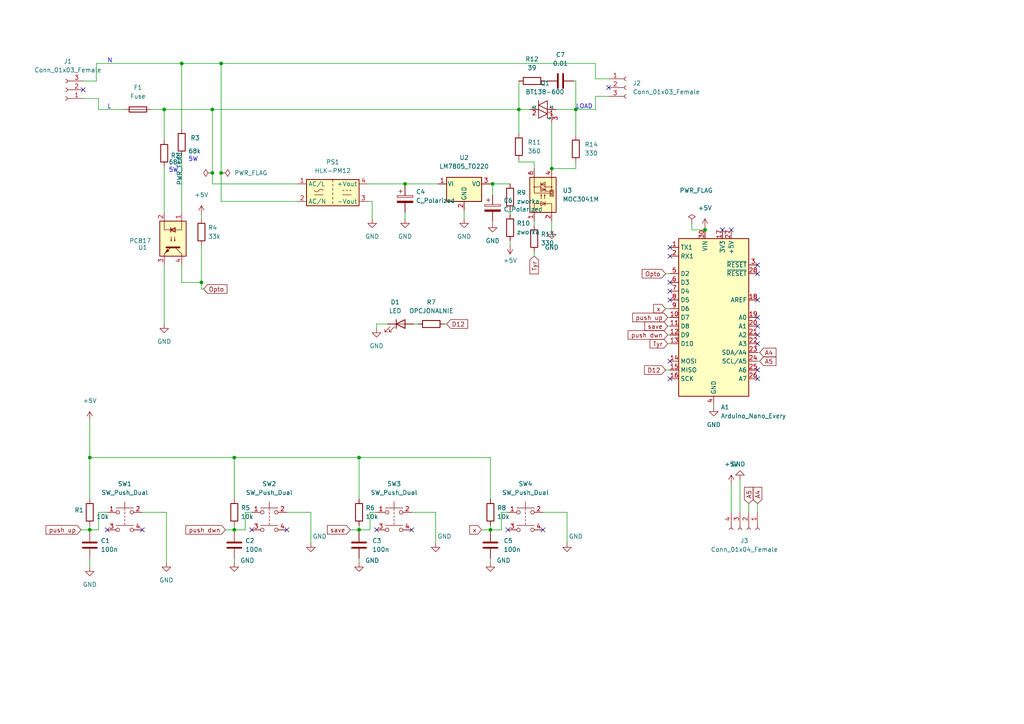
<source format=kicad_sch>
(kicad_sch (version 20211123) (generator eeschema)

  (uuid be9343da-20d2-430a-91bc-0d7dfc7e6b28)

  (paper "A4")

  (lib_symbols
    (symbol "Connector:Conn_01x03_Female" (pin_names (offset 1.016) hide) (in_bom yes) (on_board yes)
      (property "Reference" "J" (id 0) (at 0 5.08 0)
        (effects (font (size 1.27 1.27)))
      )
      (property "Value" "Conn_01x03_Female" (id 1) (at 0 -5.08 0)
        (effects (font (size 1.27 1.27)))
      )
      (property "Footprint" "" (id 2) (at 0 0 0)
        (effects (font (size 1.27 1.27)) hide)
      )
      (property "Datasheet" "~" (id 3) (at 0 0 0)
        (effects (font (size 1.27 1.27)) hide)
      )
      (property "ki_keywords" "connector" (id 4) (at 0 0 0)
        (effects (font (size 1.27 1.27)) hide)
      )
      (property "ki_description" "Generic connector, single row, 01x03, script generated (kicad-library-utils/schlib/autogen/connector/)" (id 5) (at 0 0 0)
        (effects (font (size 1.27 1.27)) hide)
      )
      (property "ki_fp_filters" "Connector*:*_1x??_*" (id 6) (at 0 0 0)
        (effects (font (size 1.27 1.27)) hide)
      )
      (symbol "Conn_01x03_Female_1_1"
        (arc (start 0 -2.032) (mid -0.508 -2.54) (end 0 -3.048)
          (stroke (width 0.1524) (type default) (color 0 0 0 0))
          (fill (type none))
        )
        (polyline
          (pts
            (xy -1.27 -2.54)
            (xy -0.508 -2.54)
          )
          (stroke (width 0.1524) (type default) (color 0 0 0 0))
          (fill (type none))
        )
        (polyline
          (pts
            (xy -1.27 0)
            (xy -0.508 0)
          )
          (stroke (width 0.1524) (type default) (color 0 0 0 0))
          (fill (type none))
        )
        (polyline
          (pts
            (xy -1.27 2.54)
            (xy -0.508 2.54)
          )
          (stroke (width 0.1524) (type default) (color 0 0 0 0))
          (fill (type none))
        )
        (arc (start 0 0.508) (mid -0.508 0) (end 0 -0.508)
          (stroke (width 0.1524) (type default) (color 0 0 0 0))
          (fill (type none))
        )
        (arc (start 0 3.048) (mid -0.508 2.54) (end 0 2.032)
          (stroke (width 0.1524) (type default) (color 0 0 0 0))
          (fill (type none))
        )
        (pin passive line (at -5.08 2.54 0) (length 3.81)
          (name "Pin_1" (effects (font (size 1.27 1.27))))
          (number "1" (effects (font (size 1.27 1.27))))
        )
        (pin passive line (at -5.08 0 0) (length 3.81)
          (name "Pin_2" (effects (font (size 1.27 1.27))))
          (number "2" (effects (font (size 1.27 1.27))))
        )
        (pin passive line (at -5.08 -2.54 0) (length 3.81)
          (name "Pin_3" (effects (font (size 1.27 1.27))))
          (number "3" (effects (font (size 1.27 1.27))))
        )
      )
    )
    (symbol "Connector:Conn_01x04_Female" (pin_names (offset 1.016) hide) (in_bom yes) (on_board yes)
      (property "Reference" "J" (id 0) (at 0 5.08 0)
        (effects (font (size 1.27 1.27)))
      )
      (property "Value" "Conn_01x04_Female" (id 1) (at 0 -7.62 0)
        (effects (font (size 1.27 1.27)))
      )
      (property "Footprint" "" (id 2) (at 0 0 0)
        (effects (font (size 1.27 1.27)) hide)
      )
      (property "Datasheet" "~" (id 3) (at 0 0 0)
        (effects (font (size 1.27 1.27)) hide)
      )
      (property "ki_keywords" "connector" (id 4) (at 0 0 0)
        (effects (font (size 1.27 1.27)) hide)
      )
      (property "ki_description" "Generic connector, single row, 01x04, script generated (kicad-library-utils/schlib/autogen/connector/)" (id 5) (at 0 0 0)
        (effects (font (size 1.27 1.27)) hide)
      )
      (property "ki_fp_filters" "Connector*:*_1x??_*" (id 6) (at 0 0 0)
        (effects (font (size 1.27 1.27)) hide)
      )
      (symbol "Conn_01x04_Female_1_1"
        (arc (start 0 -4.572) (mid -0.508 -5.08) (end 0 -5.588)
          (stroke (width 0.1524) (type default) (color 0 0 0 0))
          (fill (type none))
        )
        (arc (start 0 -2.032) (mid -0.508 -2.54) (end 0 -3.048)
          (stroke (width 0.1524) (type default) (color 0 0 0 0))
          (fill (type none))
        )
        (polyline
          (pts
            (xy -1.27 -5.08)
            (xy -0.508 -5.08)
          )
          (stroke (width 0.1524) (type default) (color 0 0 0 0))
          (fill (type none))
        )
        (polyline
          (pts
            (xy -1.27 -2.54)
            (xy -0.508 -2.54)
          )
          (stroke (width 0.1524) (type default) (color 0 0 0 0))
          (fill (type none))
        )
        (polyline
          (pts
            (xy -1.27 0)
            (xy -0.508 0)
          )
          (stroke (width 0.1524) (type default) (color 0 0 0 0))
          (fill (type none))
        )
        (polyline
          (pts
            (xy -1.27 2.54)
            (xy -0.508 2.54)
          )
          (stroke (width 0.1524) (type default) (color 0 0 0 0))
          (fill (type none))
        )
        (arc (start 0 0.508) (mid -0.508 0) (end 0 -0.508)
          (stroke (width 0.1524) (type default) (color 0 0 0 0))
          (fill (type none))
        )
        (arc (start 0 3.048) (mid -0.508 2.54) (end 0 2.032)
          (stroke (width 0.1524) (type default) (color 0 0 0 0))
          (fill (type none))
        )
        (pin passive line (at -5.08 2.54 0) (length 3.81)
          (name "Pin_1" (effects (font (size 1.27 1.27))))
          (number "1" (effects (font (size 1.27 1.27))))
        )
        (pin passive line (at -5.08 0 0) (length 3.81)
          (name "Pin_2" (effects (font (size 1.27 1.27))))
          (number "2" (effects (font (size 1.27 1.27))))
        )
        (pin passive line (at -5.08 -2.54 0) (length 3.81)
          (name "Pin_3" (effects (font (size 1.27 1.27))))
          (number "3" (effects (font (size 1.27 1.27))))
        )
        (pin passive line (at -5.08 -5.08 0) (length 3.81)
          (name "Pin_4" (effects (font (size 1.27 1.27))))
          (number "4" (effects (font (size 1.27 1.27))))
        )
      )
    )
    (symbol "Converter_ACDC:HLK-PM12" (in_bom yes) (on_board yes)
      (property "Reference" "PS" (id 0) (at 0 5.08 0)
        (effects (font (size 1.27 1.27)))
      )
      (property "Value" "HLK-PM12" (id 1) (at 0 -5.08 0)
        (effects (font (size 1.27 1.27)))
      )
      (property "Footprint" "Converter_ACDC:Converter_ACDC_HiLink_HLK-PMxx" (id 2) (at 0 -7.62 0)
        (effects (font (size 1.27 1.27)) hide)
      )
      (property "Datasheet" "http://www.hlktech.net/product_detail.php?ProId=56" (id 3) (at 10.16 -8.89 0)
        (effects (font (size 1.27 1.27)) hide)
      )
      (property "ki_keywords" "AC/DC module power supply" (id 4) (at 0 0 0)
        (effects (font (size 1.27 1.27)) hide)
      )
      (property "ki_description" "Compact AC/DC board mount power module 3W 12V" (id 5) (at 0 0 0)
        (effects (font (size 1.27 1.27)) hide)
      )
      (property "ki_fp_filters" "Converter*ACDC*HiLink*HLK?PM*" (id 6) (at 0 0 0)
        (effects (font (size 1.27 1.27)) hide)
      )
      (symbol "HLK-PM12_0_1"
        (rectangle (start -7.62 3.81) (end 7.62 -3.81)
          (stroke (width 0.254) (type default) (color 0 0 0 0))
          (fill (type background))
        )
        (arc (start -5.334 0.635) (mid -4.699 0.2495) (end -4.064 0.635)
          (stroke (width 0) (type default) (color 0 0 0 0))
          (fill (type none))
        )
        (arc (start -2.794 0.635) (mid -3.429 1.0072) (end -4.064 0.635)
          (stroke (width 0) (type default) (color 0 0 0 0))
          (fill (type none))
        )
        (polyline
          (pts
            (xy -5.334 -0.635)
            (xy -2.794 -0.635)
          )
          (stroke (width 0) (type default) (color 0 0 0 0))
          (fill (type none))
        )
        (polyline
          (pts
            (xy 0 -2.54)
            (xy 0 -3.175)
          )
          (stroke (width 0) (type default) (color 0 0 0 0))
          (fill (type none))
        )
        (polyline
          (pts
            (xy 0 -1.27)
            (xy 0 -1.905)
          )
          (stroke (width 0) (type default) (color 0 0 0 0))
          (fill (type none))
        )
        (polyline
          (pts
            (xy 0 0)
            (xy 0 -0.635)
          )
          (stroke (width 0) (type default) (color 0 0 0 0))
          (fill (type none))
        )
        (polyline
          (pts
            (xy 0 1.27)
            (xy 0 0.635)
          )
          (stroke (width 0) (type default) (color 0 0 0 0))
          (fill (type none))
        )
        (polyline
          (pts
            (xy 0 2.54)
            (xy 0 1.905)
          )
          (stroke (width 0) (type default) (color 0 0 0 0))
          (fill (type none))
        )
        (polyline
          (pts
            (xy 0 3.81)
            (xy 0 3.175)
          )
          (stroke (width 0) (type default) (color 0 0 0 0))
          (fill (type none))
        )
        (polyline
          (pts
            (xy 2.794 -0.635)
            (xy 5.334 -0.635)
          )
          (stroke (width 0) (type default) (color 0 0 0 0))
          (fill (type none))
        )
        (polyline
          (pts
            (xy 2.794 0.635)
            (xy 3.302 0.635)
          )
          (stroke (width 0) (type default) (color 0 0 0 0))
          (fill (type none))
        )
        (polyline
          (pts
            (xy 3.81 0.635)
            (xy 4.318 0.635)
          )
          (stroke (width 0) (type default) (color 0 0 0 0))
          (fill (type none))
        )
        (polyline
          (pts
            (xy 4.826 0.635)
            (xy 5.334 0.635)
          )
          (stroke (width 0) (type default) (color 0 0 0 0))
          (fill (type none))
        )
      )
      (symbol "HLK-PM12_1_1"
        (pin power_in line (at -10.16 2.54 0) (length 2.54)
          (name "AC/L" (effects (font (size 1.27 1.27))))
          (number "1" (effects (font (size 1.27 1.27))))
        )
        (pin power_in line (at -10.16 -2.54 0) (length 2.54)
          (name "AC/N" (effects (font (size 1.27 1.27))))
          (number "2" (effects (font (size 1.27 1.27))))
        )
        (pin power_out line (at 10.16 -2.54 180) (length 2.54)
          (name "-Vout" (effects (font (size 1.27 1.27))))
          (number "3" (effects (font (size 1.27 1.27))))
        )
        (pin power_out line (at 10.16 2.54 180) (length 2.54)
          (name "+Vout" (effects (font (size 1.27 1.27))))
          (number "4" (effects (font (size 1.27 1.27))))
        )
      )
    )
    (symbol "Device:C" (pin_numbers hide) (pin_names (offset 0.254)) (in_bom yes) (on_board yes)
      (property "Reference" "C" (id 0) (at 0.635 2.54 0)
        (effects (font (size 1.27 1.27)) (justify left))
      )
      (property "Value" "C" (id 1) (at 0.635 -2.54 0)
        (effects (font (size 1.27 1.27)) (justify left))
      )
      (property "Footprint" "" (id 2) (at 0.9652 -3.81 0)
        (effects (font (size 1.27 1.27)) hide)
      )
      (property "Datasheet" "~" (id 3) (at 0 0 0)
        (effects (font (size 1.27 1.27)) hide)
      )
      (property "ki_keywords" "cap capacitor" (id 4) (at 0 0 0)
        (effects (font (size 1.27 1.27)) hide)
      )
      (property "ki_description" "Unpolarized capacitor" (id 5) (at 0 0 0)
        (effects (font (size 1.27 1.27)) hide)
      )
      (property "ki_fp_filters" "C_*" (id 6) (at 0 0 0)
        (effects (font (size 1.27 1.27)) hide)
      )
      (symbol "C_0_1"
        (polyline
          (pts
            (xy -2.032 -0.762)
            (xy 2.032 -0.762)
          )
          (stroke (width 0.508) (type default) (color 0 0 0 0))
          (fill (type none))
        )
        (polyline
          (pts
            (xy -2.032 0.762)
            (xy 2.032 0.762)
          )
          (stroke (width 0.508) (type default) (color 0 0 0 0))
          (fill (type none))
        )
      )
      (symbol "C_1_1"
        (pin passive line (at 0 3.81 270) (length 2.794)
          (name "~" (effects (font (size 1.27 1.27))))
          (number "1" (effects (font (size 1.27 1.27))))
        )
        (pin passive line (at 0 -3.81 90) (length 2.794)
          (name "~" (effects (font (size 1.27 1.27))))
          (number "2" (effects (font (size 1.27 1.27))))
        )
      )
    )
    (symbol "Device:C_Polarized" (pin_numbers hide) (pin_names (offset 0.254)) (in_bom yes) (on_board yes)
      (property "Reference" "C" (id 0) (at 0.635 2.54 0)
        (effects (font (size 1.27 1.27)) (justify left))
      )
      (property "Value" "C_Polarized" (id 1) (at 0.635 -2.54 0)
        (effects (font (size 1.27 1.27)) (justify left))
      )
      (property "Footprint" "" (id 2) (at 0.9652 -3.81 0)
        (effects (font (size 1.27 1.27)) hide)
      )
      (property "Datasheet" "~" (id 3) (at 0 0 0)
        (effects (font (size 1.27 1.27)) hide)
      )
      (property "ki_keywords" "cap capacitor" (id 4) (at 0 0 0)
        (effects (font (size 1.27 1.27)) hide)
      )
      (property "ki_description" "Polarized capacitor" (id 5) (at 0 0 0)
        (effects (font (size 1.27 1.27)) hide)
      )
      (property "ki_fp_filters" "CP_*" (id 6) (at 0 0 0)
        (effects (font (size 1.27 1.27)) hide)
      )
      (symbol "C_Polarized_0_1"
        (rectangle (start -2.286 0.508) (end 2.286 1.016)
          (stroke (width 0) (type default) (color 0 0 0 0))
          (fill (type none))
        )
        (polyline
          (pts
            (xy -1.778 2.286)
            (xy -0.762 2.286)
          )
          (stroke (width 0) (type default) (color 0 0 0 0))
          (fill (type none))
        )
        (polyline
          (pts
            (xy -1.27 2.794)
            (xy -1.27 1.778)
          )
          (stroke (width 0) (type default) (color 0 0 0 0))
          (fill (type none))
        )
        (rectangle (start 2.286 -0.508) (end -2.286 -1.016)
          (stroke (width 0) (type default) (color 0 0 0 0))
          (fill (type outline))
        )
      )
      (symbol "C_Polarized_1_1"
        (pin passive line (at 0 3.81 270) (length 2.794)
          (name "~" (effects (font (size 1.27 1.27))))
          (number "1" (effects (font (size 1.27 1.27))))
        )
        (pin passive line (at 0 -3.81 90) (length 2.794)
          (name "~" (effects (font (size 1.27 1.27))))
          (number "2" (effects (font (size 1.27 1.27))))
        )
      )
    )
    (symbol "Device:Fuse" (pin_numbers hide) (pin_names (offset 0)) (in_bom yes) (on_board yes)
      (property "Reference" "F" (id 0) (at 2.032 0 90)
        (effects (font (size 1.27 1.27)))
      )
      (property "Value" "Fuse" (id 1) (at -1.905 0 90)
        (effects (font (size 1.27 1.27)))
      )
      (property "Footprint" "" (id 2) (at -1.778 0 90)
        (effects (font (size 1.27 1.27)) hide)
      )
      (property "Datasheet" "~" (id 3) (at 0 0 0)
        (effects (font (size 1.27 1.27)) hide)
      )
      (property "ki_keywords" "fuse" (id 4) (at 0 0 0)
        (effects (font (size 1.27 1.27)) hide)
      )
      (property "ki_description" "Fuse" (id 5) (at 0 0 0)
        (effects (font (size 1.27 1.27)) hide)
      )
      (property "ki_fp_filters" "*Fuse*" (id 6) (at 0 0 0)
        (effects (font (size 1.27 1.27)) hide)
      )
      (symbol "Fuse_0_1"
        (rectangle (start -0.762 -2.54) (end 0.762 2.54)
          (stroke (width 0.254) (type default) (color 0 0 0 0))
          (fill (type none))
        )
        (polyline
          (pts
            (xy 0 2.54)
            (xy 0 -2.54)
          )
          (stroke (width 0) (type default) (color 0 0 0 0))
          (fill (type none))
        )
      )
      (symbol "Fuse_1_1"
        (pin passive line (at 0 3.81 270) (length 1.27)
          (name "~" (effects (font (size 1.27 1.27))))
          (number "1" (effects (font (size 1.27 1.27))))
        )
        (pin passive line (at 0 -3.81 90) (length 1.27)
          (name "~" (effects (font (size 1.27 1.27))))
          (number "2" (effects (font (size 1.27 1.27))))
        )
      )
    )
    (symbol "Device:LED" (pin_numbers hide) (pin_names (offset 1.016) hide) (in_bom yes) (on_board yes)
      (property "Reference" "D" (id 0) (at 0 2.54 0)
        (effects (font (size 1.27 1.27)))
      )
      (property "Value" "LED" (id 1) (at 0 -2.54 0)
        (effects (font (size 1.27 1.27)))
      )
      (property "Footprint" "" (id 2) (at 0 0 0)
        (effects (font (size 1.27 1.27)) hide)
      )
      (property "Datasheet" "~" (id 3) (at 0 0 0)
        (effects (font (size 1.27 1.27)) hide)
      )
      (property "ki_keywords" "LED diode" (id 4) (at 0 0 0)
        (effects (font (size 1.27 1.27)) hide)
      )
      (property "ki_description" "Light emitting diode" (id 5) (at 0 0 0)
        (effects (font (size 1.27 1.27)) hide)
      )
      (property "ki_fp_filters" "LED* LED_SMD:* LED_THT:*" (id 6) (at 0 0 0)
        (effects (font (size 1.27 1.27)) hide)
      )
      (symbol "LED_0_1"
        (polyline
          (pts
            (xy -1.27 -1.27)
            (xy -1.27 1.27)
          )
          (stroke (width 0.254) (type default) (color 0 0 0 0))
          (fill (type none))
        )
        (polyline
          (pts
            (xy -1.27 0)
            (xy 1.27 0)
          )
          (stroke (width 0) (type default) (color 0 0 0 0))
          (fill (type none))
        )
        (polyline
          (pts
            (xy 1.27 -1.27)
            (xy 1.27 1.27)
            (xy -1.27 0)
            (xy 1.27 -1.27)
          )
          (stroke (width 0.254) (type default) (color 0 0 0 0))
          (fill (type none))
        )
        (polyline
          (pts
            (xy -3.048 -0.762)
            (xy -4.572 -2.286)
            (xy -3.81 -2.286)
            (xy -4.572 -2.286)
            (xy -4.572 -1.524)
          )
          (stroke (width 0) (type default) (color 0 0 0 0))
          (fill (type none))
        )
        (polyline
          (pts
            (xy -1.778 -0.762)
            (xy -3.302 -2.286)
            (xy -2.54 -2.286)
            (xy -3.302 -2.286)
            (xy -3.302 -1.524)
          )
          (stroke (width 0) (type default) (color 0 0 0 0))
          (fill (type none))
        )
      )
      (symbol "LED_1_1"
        (pin passive line (at -3.81 0 0) (length 2.54)
          (name "K" (effects (font (size 1.27 1.27))))
          (number "1" (effects (font (size 1.27 1.27))))
        )
        (pin passive line (at 3.81 0 180) (length 2.54)
          (name "A" (effects (font (size 1.27 1.27))))
          (number "2" (effects (font (size 1.27 1.27))))
        )
      )
    )
    (symbol "Device:R" (pin_numbers hide) (pin_names (offset 0)) (in_bom yes) (on_board yes)
      (property "Reference" "R" (id 0) (at 2.032 0 90)
        (effects (font (size 1.27 1.27)))
      )
      (property "Value" "R" (id 1) (at 0 0 90)
        (effects (font (size 1.27 1.27)))
      )
      (property "Footprint" "" (id 2) (at -1.778 0 90)
        (effects (font (size 1.27 1.27)) hide)
      )
      (property "Datasheet" "~" (id 3) (at 0 0 0)
        (effects (font (size 1.27 1.27)) hide)
      )
      (property "ki_keywords" "R res resistor" (id 4) (at 0 0 0)
        (effects (font (size 1.27 1.27)) hide)
      )
      (property "ki_description" "Resistor" (id 5) (at 0 0 0)
        (effects (font (size 1.27 1.27)) hide)
      )
      (property "ki_fp_filters" "R_*" (id 6) (at 0 0 0)
        (effects (font (size 1.27 1.27)) hide)
      )
      (symbol "R_0_1"
        (rectangle (start -1.016 -2.54) (end 1.016 2.54)
          (stroke (width 0.254) (type default) (color 0 0 0 0))
          (fill (type none))
        )
      )
      (symbol "R_1_1"
        (pin passive line (at 0 3.81 270) (length 1.27)
          (name "~" (effects (font (size 1.27 1.27))))
          (number "1" (effects (font (size 1.27 1.27))))
        )
        (pin passive line (at 0 -3.81 90) (length 1.27)
          (name "~" (effects (font (size 1.27 1.27))))
          (number "2" (effects (font (size 1.27 1.27))))
        )
      )
    )
    (symbol "Isolator:PC817" (pin_names (offset 1.016)) (in_bom yes) (on_board yes)
      (property "Reference" "U" (id 0) (at -5.08 5.08 0)
        (effects (font (size 1.27 1.27)) (justify left))
      )
      (property "Value" "PC817" (id 1) (at 0 5.08 0)
        (effects (font (size 1.27 1.27)) (justify left))
      )
      (property "Footprint" "Package_DIP:DIP-4_W7.62mm" (id 2) (at -5.08 -5.08 0)
        (effects (font (size 1.27 1.27) italic) (justify left) hide)
      )
      (property "Datasheet" "http://www.soselectronic.cz/a_info/resource/d/pc817.pdf" (id 3) (at 0 0 0)
        (effects (font (size 1.27 1.27)) (justify left) hide)
      )
      (property "ki_keywords" "NPN DC Optocoupler" (id 4) (at 0 0 0)
        (effects (font (size 1.27 1.27)) hide)
      )
      (property "ki_description" "DC Optocoupler, Vce 35V, CTR 50-300%, DIP-4" (id 5) (at 0 0 0)
        (effects (font (size 1.27 1.27)) hide)
      )
      (property "ki_fp_filters" "DIP*W7.62mm*" (id 6) (at 0 0 0)
        (effects (font (size 1.27 1.27)) hide)
      )
      (symbol "PC817_0_1"
        (rectangle (start -5.08 3.81) (end 5.08 -3.81)
          (stroke (width 0.254) (type default) (color 0 0 0 0))
          (fill (type background))
        )
        (polyline
          (pts
            (xy -3.175 -0.635)
            (xy -1.905 -0.635)
          )
          (stroke (width 0.254) (type default) (color 0 0 0 0))
          (fill (type none))
        )
        (polyline
          (pts
            (xy 2.54 0.635)
            (xy 4.445 2.54)
          )
          (stroke (width 0) (type default) (color 0 0 0 0))
          (fill (type none))
        )
        (polyline
          (pts
            (xy 4.445 -2.54)
            (xy 2.54 -0.635)
          )
          (stroke (width 0) (type default) (color 0 0 0 0))
          (fill (type outline))
        )
        (polyline
          (pts
            (xy 4.445 -2.54)
            (xy 5.08 -2.54)
          )
          (stroke (width 0) (type default) (color 0 0 0 0))
          (fill (type none))
        )
        (polyline
          (pts
            (xy 4.445 2.54)
            (xy 5.08 2.54)
          )
          (stroke (width 0) (type default) (color 0 0 0 0))
          (fill (type none))
        )
        (polyline
          (pts
            (xy -5.08 2.54)
            (xy -2.54 2.54)
            (xy -2.54 -0.635)
          )
          (stroke (width 0) (type default) (color 0 0 0 0))
          (fill (type none))
        )
        (polyline
          (pts
            (xy -2.54 -0.635)
            (xy -2.54 -2.54)
            (xy -5.08 -2.54)
          )
          (stroke (width 0) (type default) (color 0 0 0 0))
          (fill (type none))
        )
        (polyline
          (pts
            (xy 2.54 1.905)
            (xy 2.54 -1.905)
            (xy 2.54 -1.905)
          )
          (stroke (width 0.508) (type default) (color 0 0 0 0))
          (fill (type none))
        )
        (polyline
          (pts
            (xy -2.54 -0.635)
            (xy -3.175 0.635)
            (xy -1.905 0.635)
            (xy -2.54 -0.635)
          )
          (stroke (width 0.254) (type default) (color 0 0 0 0))
          (fill (type none))
        )
        (polyline
          (pts
            (xy -0.508 -0.508)
            (xy 0.762 -0.508)
            (xy 0.381 -0.635)
            (xy 0.381 -0.381)
            (xy 0.762 -0.508)
          )
          (stroke (width 0) (type default) (color 0 0 0 0))
          (fill (type none))
        )
        (polyline
          (pts
            (xy -0.508 0.508)
            (xy 0.762 0.508)
            (xy 0.381 0.381)
            (xy 0.381 0.635)
            (xy 0.762 0.508)
          )
          (stroke (width 0) (type default) (color 0 0 0 0))
          (fill (type none))
        )
        (polyline
          (pts
            (xy 3.048 -1.651)
            (xy 3.556 -1.143)
            (xy 4.064 -2.159)
            (xy 3.048 -1.651)
            (xy 3.048 -1.651)
          )
          (stroke (width 0) (type default) (color 0 0 0 0))
          (fill (type outline))
        )
      )
      (symbol "PC817_1_1"
        (pin passive line (at -7.62 2.54 0) (length 2.54)
          (name "~" (effects (font (size 1.27 1.27))))
          (number "1" (effects (font (size 1.27 1.27))))
        )
        (pin passive line (at -7.62 -2.54 0) (length 2.54)
          (name "~" (effects (font (size 1.27 1.27))))
          (number "2" (effects (font (size 1.27 1.27))))
        )
        (pin passive line (at 7.62 -2.54 180) (length 2.54)
          (name "~" (effects (font (size 1.27 1.27))))
          (number "3" (effects (font (size 1.27 1.27))))
        )
        (pin passive line (at 7.62 2.54 180) (length 2.54)
          (name "~" (effects (font (size 1.27 1.27))))
          (number "4" (effects (font (size 1.27 1.27))))
        )
      )
    )
    (symbol "MCU_Module:Arduino_Nano_Every" (in_bom yes) (on_board yes)
      (property "Reference" "A" (id 0) (at -10.16 23.495 0)
        (effects (font (size 1.27 1.27)) (justify left bottom))
      )
      (property "Value" "Arduino_Nano_Every" (id 1) (at 5.08 -24.13 0)
        (effects (font (size 1.27 1.27)) (justify left top))
      )
      (property "Footprint" "Module:Arduino_Nano" (id 2) (at 0 0 0)
        (effects (font (size 1.27 1.27) italic) hide)
      )
      (property "Datasheet" "https://content.arduino.cc/assets/NANOEveryV3.0_sch.pdf" (id 3) (at 0 0 0)
        (effects (font (size 1.27 1.27)) hide)
      )
      (property "ki_keywords" "Arduino nano microcontroller module USB UPDI AATMega4809 AVR" (id 4) (at 0 0 0)
        (effects (font (size 1.27 1.27)) hide)
      )
      (property "ki_description" "Arduino Nano Every" (id 5) (at 0 0 0)
        (effects (font (size 1.27 1.27)) hide)
      )
      (property "ki_fp_filters" "Arduino*Nano*" (id 6) (at 0 0 0)
        (effects (font (size 1.27 1.27)) hide)
      )
      (symbol "Arduino_Nano_Every_0_1"
        (rectangle (start -10.16 22.86) (end 10.16 -22.86)
          (stroke (width 0.254) (type default) (color 0 0 0 0))
          (fill (type background))
        )
      )
      (symbol "Arduino_Nano_Every_1_1"
        (pin bidirectional line (at -12.7 20.32 0) (length 2.54)
          (name "TX1" (effects (font (size 1.27 1.27))))
          (number "1" (effects (font (size 1.27 1.27))))
        )
        (pin bidirectional line (at -12.7 0 0) (length 2.54)
          (name "D7" (effects (font (size 1.27 1.27))))
          (number "10" (effects (font (size 1.27 1.27))))
        )
        (pin bidirectional line (at -12.7 -2.54 0) (length 2.54)
          (name "D8" (effects (font (size 1.27 1.27))))
          (number "11" (effects (font (size 1.27 1.27))))
        )
        (pin bidirectional line (at -12.7 -5.08 0) (length 2.54)
          (name "D9" (effects (font (size 1.27 1.27))))
          (number "12" (effects (font (size 1.27 1.27))))
        )
        (pin bidirectional line (at -12.7 -7.62 0) (length 2.54)
          (name "D10" (effects (font (size 1.27 1.27))))
          (number "13" (effects (font (size 1.27 1.27))))
        )
        (pin bidirectional line (at -12.7 -12.7 0) (length 2.54)
          (name "MOSI" (effects (font (size 1.27 1.27))))
          (number "14" (effects (font (size 1.27 1.27))))
        )
        (pin bidirectional line (at -12.7 -15.24 0) (length 2.54)
          (name "MISO" (effects (font (size 1.27 1.27))))
          (number "15" (effects (font (size 1.27 1.27))))
        )
        (pin bidirectional line (at -12.7 -17.78 0) (length 2.54)
          (name "SCK" (effects (font (size 1.27 1.27))))
          (number "16" (effects (font (size 1.27 1.27))))
        )
        (pin power_out line (at 2.54 25.4 270) (length 2.54)
          (name "3V3" (effects (font (size 1.27 1.27))))
          (number "17" (effects (font (size 1.27 1.27))))
        )
        (pin input line (at 12.7 5.08 180) (length 2.54)
          (name "AREF" (effects (font (size 1.27 1.27))))
          (number "18" (effects (font (size 1.27 1.27))))
        )
        (pin bidirectional line (at 12.7 0 180) (length 2.54)
          (name "A0" (effects (font (size 1.27 1.27))))
          (number "19" (effects (font (size 1.27 1.27))))
        )
        (pin bidirectional line (at -12.7 17.78 0) (length 2.54)
          (name "RX1" (effects (font (size 1.27 1.27))))
          (number "2" (effects (font (size 1.27 1.27))))
        )
        (pin bidirectional line (at 12.7 -2.54 180) (length 2.54)
          (name "A1" (effects (font (size 1.27 1.27))))
          (number "20" (effects (font (size 1.27 1.27))))
        )
        (pin bidirectional line (at 12.7 -5.08 180) (length 2.54)
          (name "A2" (effects (font (size 1.27 1.27))))
          (number "21" (effects (font (size 1.27 1.27))))
        )
        (pin bidirectional line (at 12.7 -7.62 180) (length 2.54)
          (name "A3" (effects (font (size 1.27 1.27))))
          (number "22" (effects (font (size 1.27 1.27))))
        )
        (pin bidirectional line (at 12.7 -10.16 180) (length 2.54)
          (name "SDA/A4" (effects (font (size 1.27 1.27))))
          (number "23" (effects (font (size 1.27 1.27))))
        )
        (pin bidirectional line (at 12.7 -12.7 180) (length 2.54)
          (name "SCL/A5" (effects (font (size 1.27 1.27))))
          (number "24" (effects (font (size 1.27 1.27))))
        )
        (pin bidirectional line (at 12.7 -15.24 180) (length 2.54)
          (name "A6" (effects (font (size 1.27 1.27))))
          (number "25" (effects (font (size 1.27 1.27))))
        )
        (pin bidirectional line (at 12.7 -17.78 180) (length 2.54)
          (name "A7" (effects (font (size 1.27 1.27))))
          (number "26" (effects (font (size 1.27 1.27))))
        )
        (pin power_out line (at 5.08 25.4 270) (length 2.54)
          (name "+5V" (effects (font (size 1.27 1.27))))
          (number "27" (effects (font (size 1.27 1.27))))
        )
        (pin input line (at 12.7 12.7 180) (length 2.54)
          (name "~{RESET}" (effects (font (size 1.27 1.27))))
          (number "28" (effects (font (size 1.27 1.27))))
        )
        (pin passive line (at 0 -25.4 90) (length 2.54) hide
          (name "GND" (effects (font (size 1.27 1.27))))
          (number "29" (effects (font (size 1.27 1.27))))
        )
        (pin input line (at 12.7 15.24 180) (length 2.54)
          (name "~{RESET}" (effects (font (size 1.27 1.27))))
          (number "3" (effects (font (size 1.27 1.27))))
        )
        (pin power_in line (at -2.54 25.4 270) (length 2.54)
          (name "VIN" (effects (font (size 1.27 1.27))))
          (number "30" (effects (font (size 1.27 1.27))))
        )
        (pin power_in line (at 0 -25.4 90) (length 2.54)
          (name "GND" (effects (font (size 1.27 1.27))))
          (number "4" (effects (font (size 1.27 1.27))))
        )
        (pin bidirectional line (at -12.7 12.7 0) (length 2.54)
          (name "D2" (effects (font (size 1.27 1.27))))
          (number "5" (effects (font (size 1.27 1.27))))
        )
        (pin bidirectional line (at -12.7 10.16 0) (length 2.54)
          (name "D3" (effects (font (size 1.27 1.27))))
          (number "6" (effects (font (size 1.27 1.27))))
        )
        (pin bidirectional line (at -12.7 7.62 0) (length 2.54)
          (name "D4" (effects (font (size 1.27 1.27))))
          (number "7" (effects (font (size 1.27 1.27))))
        )
        (pin bidirectional line (at -12.7 5.08 0) (length 2.54)
          (name "D5" (effects (font (size 1.27 1.27))))
          (number "8" (effects (font (size 1.27 1.27))))
        )
        (pin bidirectional line (at -12.7 2.54 0) (length 2.54)
          (name "D6" (effects (font (size 1.27 1.27))))
          (number "9" (effects (font (size 1.27 1.27))))
        )
      )
    )
    (symbol "Regulator_Linear:LM7805_TO220" (pin_names (offset 0.254)) (in_bom yes) (on_board yes)
      (property "Reference" "U" (id 0) (at -3.81 3.175 0)
        (effects (font (size 1.27 1.27)))
      )
      (property "Value" "LM7805_TO220" (id 1) (at 0 3.175 0)
        (effects (font (size 1.27 1.27)) (justify left))
      )
      (property "Footprint" "Package_TO_SOT_THT:TO-220-3_Vertical" (id 2) (at 0 5.715 0)
        (effects (font (size 1.27 1.27) italic) hide)
      )
      (property "Datasheet" "https://www.onsemi.cn/PowerSolutions/document/MC7800-D.PDF" (id 3) (at 0 -1.27 0)
        (effects (font (size 1.27 1.27)) hide)
      )
      (property "ki_keywords" "Voltage Regulator 1A Positive" (id 4) (at 0 0 0)
        (effects (font (size 1.27 1.27)) hide)
      )
      (property "ki_description" "Positive 1A 35V Linear Regulator, Fixed Output 5V, TO-220" (id 5) (at 0 0 0)
        (effects (font (size 1.27 1.27)) hide)
      )
      (property "ki_fp_filters" "TO?220*" (id 6) (at 0 0 0)
        (effects (font (size 1.27 1.27)) hide)
      )
      (symbol "LM7805_TO220_0_1"
        (rectangle (start -5.08 1.905) (end 5.08 -5.08)
          (stroke (width 0.254) (type default) (color 0 0 0 0))
          (fill (type background))
        )
      )
      (symbol "LM7805_TO220_1_1"
        (pin power_in line (at -7.62 0 0) (length 2.54)
          (name "VI" (effects (font (size 1.27 1.27))))
          (number "1" (effects (font (size 1.27 1.27))))
        )
        (pin power_in line (at 0 -7.62 90) (length 2.54)
          (name "GND" (effects (font (size 1.27 1.27))))
          (number "2" (effects (font (size 1.27 1.27))))
        )
        (pin power_out line (at 7.62 0 180) (length 2.54)
          (name "VO" (effects (font (size 1.27 1.27))))
          (number "3" (effects (font (size 1.27 1.27))))
        )
      )
    )
    (symbol "Relay_SolidState:MOC3041M" (in_bom yes) (on_board yes)
      (property "Reference" "U" (id 0) (at -5.08 5.08 0)
        (effects (font (size 1.27 1.27)) (justify left))
      )
      (property "Value" "MOC3041M" (id 1) (at 0 5.08 0)
        (effects (font (size 1.27 1.27)) (justify left))
      )
      (property "Footprint" "" (id 2) (at -5.08 -5.08 0)
        (effects (font (size 1.27 1.27) italic) (justify left) hide)
      )
      (property "Datasheet" "https://www.onsemi.com/pub/Collateral/MOC3043M-D.pdf" (id 3) (at 0 0 0)
        (effects (font (size 1.27 1.27)) (justify left) hide)
      )
      (property "ki_keywords" "Opto-Triac Opto Triac Zero Cross" (id 4) (at 0 0 0)
        (effects (font (size 1.27 1.27)) hide)
      )
      (property "ki_description" "Zero Cross Opto-Triac, Vdrm 400V, Ift 15mA, DIP6" (id 5) (at 0 0 0)
        (effects (font (size 1.27 1.27)) hide)
      )
      (property "ki_fp_filters" "DIP*W7.62mm* SMDIP*W9.53mm* DIP*W10.16mm*" (id 6) (at 0 0 0)
        (effects (font (size 1.27 1.27)) hide)
      )
      (symbol "MOC3041M_0_0"
        (rectangle (start -0.381 -2.032) (end 1.397 -3.048)
          (stroke (width 0) (type default) (color 0 0 0 0))
          (fill (type none))
        )
        (polyline
          (pts
            (xy 2.286 -2.54)
            (xy 1.397 -2.54)
          )
          (stroke (width 0) (type default) (color 0 0 0 0))
          (fill (type none))
        )
        (polyline
          (pts
            (xy 1.524 -0.635)
            (xy 1.016 -1.016)
            (xy 1.016 -2.032)
          )
          (stroke (width 0) (type default) (color 0 0 0 0))
          (fill (type none))
        )
        (text "ZCD" (at 0.508 -2.54 0)
          (effects (font (size 0.508 0.508)))
        )
      )
      (symbol "MOC3041M_0_1"
        (rectangle (start -5.08 3.81) (end 5.08 -3.81)
          (stroke (width 0.254) (type default) (color 0 0 0 0))
          (fill (type background))
        )
        (polyline
          (pts
            (xy -3.175 -0.635)
            (xy -1.905 -0.635)
          )
          (stroke (width 0) (type default) (color 0 0 0 0))
          (fill (type none))
        )
        (polyline
          (pts
            (xy 1.524 -0.635)
            (xy 1.524 0.635)
          )
          (stroke (width 0) (type default) (color 0 0 0 0))
          (fill (type none))
        )
        (polyline
          (pts
            (xy 3.048 0.635)
            (xy 3.048 -0.635)
          )
          (stroke (width 0) (type default) (color 0 0 0 0))
          (fill (type none))
        )
        (polyline
          (pts
            (xy 2.286 -0.635)
            (xy 2.286 -2.54)
            (xy 5.08 -2.54)
          )
          (stroke (width 0) (type default) (color 0 0 0 0))
          (fill (type none))
        )
        (polyline
          (pts
            (xy 2.286 0.635)
            (xy 2.286 2.54)
            (xy 5.08 2.54)
          )
          (stroke (width 0) (type default) (color 0 0 0 0))
          (fill (type none))
        )
        (polyline
          (pts
            (xy 2.286 2.54)
            (xy 0.508 2.54)
            (xy 0.508 -2.032)
          )
          (stroke (width 0) (type default) (color 0 0 0 0))
          (fill (type none))
        )
        (polyline
          (pts
            (xy -5.08 2.54)
            (xy -2.54 2.54)
            (xy -2.54 -2.54)
            (xy -5.08 -2.54)
          )
          (stroke (width 0) (type default) (color 0 0 0 0))
          (fill (type none))
        )
        (polyline
          (pts
            (xy -2.54 -0.635)
            (xy -3.175 0.635)
            (xy -1.905 0.635)
            (xy -2.54 -0.635)
          )
          (stroke (width 0) (type default) (color 0 0 0 0))
          (fill (type none))
        )
        (polyline
          (pts
            (xy 0.889 -0.635)
            (xy 3.683 -0.635)
            (xy 3.048 0.635)
            (xy 2.413 -0.635)
          )
          (stroke (width 0) (type default) (color 0 0 0 0))
          (fill (type none))
        )
        (polyline
          (pts
            (xy 3.683 0.635)
            (xy 0.889 0.635)
            (xy 1.524 -0.635)
            (xy 2.159 0.635)
          )
          (stroke (width 0) (type default) (color 0 0 0 0))
          (fill (type none))
        )
        (polyline
          (pts
            (xy -1.143 -0.508)
            (xy 0.127 -0.508)
            (xy -0.254 -0.635)
            (xy -0.254 -0.381)
            (xy 0.127 -0.508)
          )
          (stroke (width 0) (type default) (color 0 0 0 0))
          (fill (type none))
        )
        (polyline
          (pts
            (xy -1.143 0.508)
            (xy 0.127 0.508)
            (xy -0.254 0.381)
            (xy -0.254 0.635)
            (xy 0.127 0.508)
          )
          (stroke (width 0) (type default) (color 0 0 0 0))
          (fill (type none))
        )
        (circle (center 2.286 -2.54) (radius 0.127)
          (stroke (width 0) (type default) (color 0 0 0 0))
          (fill (type none))
        )
        (circle (center 2.286 2.54) (radius 0.127)
          (stroke (width 0) (type default) (color 0 0 0 0))
          (fill (type none))
        )
      )
      (symbol "MOC3041M_1_1"
        (pin passive line (at -7.62 2.54 0) (length 2.54)
          (name "~" (effects (font (size 1.27 1.27))))
          (number "1" (effects (font (size 1.27 1.27))))
        )
        (pin passive line (at -7.62 -2.54 0) (length 2.54)
          (name "~" (effects (font (size 1.27 1.27))))
          (number "2" (effects (font (size 1.27 1.27))))
        )
        (pin no_connect line (at -5.08 0 0) (length 2.54) hide
          (name "NC" (effects (font (size 1.27 1.27))))
          (number "3" (effects (font (size 1.27 1.27))))
        )
        (pin passive line (at 7.62 -2.54 180) (length 2.54)
          (name "~" (effects (font (size 1.27 1.27))))
          (number "4" (effects (font (size 1.27 1.27))))
        )
        (pin no_connect line (at 5.08 0 180) (length 2.54) hide
          (name "NC" (effects (font (size 1.27 1.27))))
          (number "5" (effects (font (size 1.27 1.27))))
        )
        (pin passive line (at 7.62 2.54 180) (length 2.54)
          (name "~" (effects (font (size 1.27 1.27))))
          (number "6" (effects (font (size 1.27 1.27))))
        )
      )
    )
    (symbol "Switch:SW_Push_Dual" (pin_names (offset 1.016) hide) (in_bom yes) (on_board yes)
      (property "Reference" "SW" (id 0) (at 1.27 2.54 0)
        (effects (font (size 1.27 1.27)) (justify left))
      )
      (property "Value" "SW_Push_Dual" (id 1) (at 0 -6.858 0)
        (effects (font (size 1.27 1.27)))
      )
      (property "Footprint" "" (id 2) (at 0 5.08 0)
        (effects (font (size 1.27 1.27)) hide)
      )
      (property "Datasheet" "~" (id 3) (at 0 5.08 0)
        (effects (font (size 1.27 1.27)) hide)
      )
      (property "ki_keywords" "switch normally-open pushbutton push-button" (id 4) (at 0 0 0)
        (effects (font (size 1.27 1.27)) hide)
      )
      (property "ki_description" "Push button switch, generic, symbol, four pins" (id 5) (at 0 0 0)
        (effects (font (size 1.27 1.27)) hide)
      )
      (symbol "SW_Push_Dual_0_1"
        (circle (center -2.032 -5.08) (radius 0.508)
          (stroke (width 0) (type default) (color 0 0 0 0))
          (fill (type none))
        )
        (circle (center -2.032 0) (radius 0.508)
          (stroke (width 0) (type default) (color 0 0 0 0))
          (fill (type none))
        )
        (polyline
          (pts
            (xy 0 -3.048)
            (xy 0 -3.556)
          )
          (stroke (width 0) (type default) (color 0 0 0 0))
          (fill (type none))
        )
        (polyline
          (pts
            (xy 0 -2.032)
            (xy 0 -2.54)
          )
          (stroke (width 0) (type default) (color 0 0 0 0))
          (fill (type none))
        )
        (polyline
          (pts
            (xy 0 -1.524)
            (xy 0 -1.016)
          )
          (stroke (width 0) (type default) (color 0 0 0 0))
          (fill (type none))
        )
        (polyline
          (pts
            (xy 0 -0.508)
            (xy 0 0)
          )
          (stroke (width 0) (type default) (color 0 0 0 0))
          (fill (type none))
        )
        (polyline
          (pts
            (xy 0 0.508)
            (xy 0 1.016)
          )
          (stroke (width 0) (type default) (color 0 0 0 0))
          (fill (type none))
        )
        (polyline
          (pts
            (xy 0 1.27)
            (xy 0 3.048)
          )
          (stroke (width 0) (type default) (color 0 0 0 0))
          (fill (type none))
        )
        (polyline
          (pts
            (xy 2.54 -3.81)
            (xy -2.54 -3.81)
          )
          (stroke (width 0) (type default) (color 0 0 0 0))
          (fill (type none))
        )
        (polyline
          (pts
            (xy 2.54 1.27)
            (xy -2.54 1.27)
          )
          (stroke (width 0) (type default) (color 0 0 0 0))
          (fill (type none))
        )
        (circle (center 2.032 -5.08) (radius 0.508)
          (stroke (width 0) (type default) (color 0 0 0 0))
          (fill (type none))
        )
        (circle (center 2.032 0) (radius 0.508)
          (stroke (width 0) (type default) (color 0 0 0 0))
          (fill (type none))
        )
        (pin passive line (at -5.08 0 0) (length 2.54)
          (name "1" (effects (font (size 1.27 1.27))))
          (number "1" (effects (font (size 1.27 1.27))))
        )
        (pin passive line (at 5.08 0 180) (length 2.54)
          (name "2" (effects (font (size 1.27 1.27))))
          (number "2" (effects (font (size 1.27 1.27))))
        )
        (pin passive line (at -5.08 -5.08 0) (length 2.54)
          (name "3" (effects (font (size 1.27 1.27))))
          (number "3" (effects (font (size 1.27 1.27))))
        )
        (pin passive line (at 5.08 -5.08 180) (length 2.54)
          (name "4" (effects (font (size 1.27 1.27))))
          (number "4" (effects (font (size 1.27 1.27))))
        )
      )
    )
    (symbol "Triac_Thyristor:BT138-600" (pin_names (offset 0)) (in_bom yes) (on_board yes)
      (property "Reference" "Q" (id 0) (at 5.08 1.905 0)
        (effects (font (size 1.27 1.27)) (justify left))
      )
      (property "Value" "BT138-600" (id 1) (at 5.08 0 0)
        (effects (font (size 1.27 1.27)) (justify left))
      )
      (property "Footprint" "Package_TO_SOT_THT:TO-220-3_Vertical" (id 2) (at 5.08 -1.905 0)
        (effects (font (size 1.27 1.27) italic) (justify left) hide)
      )
      (property "Datasheet" "https://assets.nexperia.com/documents/data-sheet/BT138_SER_D_E.pdf" (id 3) (at 0 0 0)
        (effects (font (size 1.27 1.27)) (justify left) hide)
      )
      (property "ki_keywords" "Triac" (id 4) (at 0 0 0)
        (effects (font (size 1.27 1.27)) hide)
      )
      (property "ki_description" "12A RMS, 600V Off-State Voltage, Triac, TO-220" (id 5) (at 0 0 0)
        (effects (font (size 1.27 1.27)) hide)
      )
      (property "ki_fp_filters" "TO?220*" (id 6) (at 0 0 0)
        (effects (font (size 1.27 1.27)) hide)
      )
      (symbol "BT138-600_0_1"
        (polyline
          (pts
            (xy -2.54 -1.27)
            (xy 2.54 -1.27)
          )
          (stroke (width 0.2032) (type default) (color 0 0 0 0))
          (fill (type none))
        )
        (polyline
          (pts
            (xy -2.54 1.27)
            (xy 2.54 1.27)
          )
          (stroke (width 0.2032) (type default) (color 0 0 0 0))
          (fill (type none))
        )
        (polyline
          (pts
            (xy -1.27 -2.54)
            (xy -0.635 -1.27)
          )
          (stroke (width 0) (type default) (color 0 0 0 0))
          (fill (type none))
        )
        (polyline
          (pts
            (xy -2.54 1.27)
            (xy -1.27 -1.27)
            (xy 0 1.27)
          )
          (stroke (width 0.2032) (type default) (color 0 0 0 0))
          (fill (type none))
        )
        (polyline
          (pts
            (xy 0 -1.27)
            (xy 1.27 1.27)
            (xy 2.54 -1.27)
          )
          (stroke (width 0.2032) (type default) (color 0 0 0 0))
          (fill (type none))
        )
      )
      (symbol "BT138-600_1_1"
        (pin passive line (at 0 -3.81 90) (length 2.54)
          (name "A1" (effects (font (size 0.635 0.635))))
          (number "1" (effects (font (size 1.27 1.27))))
        )
        (pin passive line (at 0 3.81 270) (length 2.54)
          (name "A2" (effects (font (size 0.635 0.635))))
          (number "2" (effects (font (size 1.27 1.27))))
        )
        (pin input line (at -3.81 -2.54 0) (length 2.54)
          (name "G" (effects (font (size 0.635 0.635))))
          (number "3" (effects (font (size 1.27 1.27))))
        )
      )
    )
    (symbol "power:+5V" (power) (pin_names (offset 0)) (in_bom yes) (on_board yes)
      (property "Reference" "#PWR" (id 0) (at 0 -3.81 0)
        (effects (font (size 1.27 1.27)) hide)
      )
      (property "Value" "+5V" (id 1) (at 0 3.556 0)
        (effects (font (size 1.27 1.27)))
      )
      (property "Footprint" "" (id 2) (at 0 0 0)
        (effects (font (size 1.27 1.27)) hide)
      )
      (property "Datasheet" "" (id 3) (at 0 0 0)
        (effects (font (size 1.27 1.27)) hide)
      )
      (property "ki_keywords" "power-flag" (id 4) (at 0 0 0)
        (effects (font (size 1.27 1.27)) hide)
      )
      (property "ki_description" "Power symbol creates a global label with name \"+5V\"" (id 5) (at 0 0 0)
        (effects (font (size 1.27 1.27)) hide)
      )
      (symbol "+5V_0_1"
        (polyline
          (pts
            (xy -0.762 1.27)
            (xy 0 2.54)
          )
          (stroke (width 0) (type default) (color 0 0 0 0))
          (fill (type none))
        )
        (polyline
          (pts
            (xy 0 0)
            (xy 0 2.54)
          )
          (stroke (width 0) (type default) (color 0 0 0 0))
          (fill (type none))
        )
        (polyline
          (pts
            (xy 0 2.54)
            (xy 0.762 1.27)
          )
          (stroke (width 0) (type default) (color 0 0 0 0))
          (fill (type none))
        )
      )
      (symbol "+5V_1_1"
        (pin power_in line (at 0 0 90) (length 0) hide
          (name "+5V" (effects (font (size 1.27 1.27))))
          (number "1" (effects (font (size 1.27 1.27))))
        )
      )
    )
    (symbol "power:GND" (power) (pin_names (offset 0)) (in_bom yes) (on_board yes)
      (property "Reference" "#PWR" (id 0) (at 0 -6.35 0)
        (effects (font (size 1.27 1.27)) hide)
      )
      (property "Value" "GND" (id 1) (at 0 -3.81 0)
        (effects (font (size 1.27 1.27)))
      )
      (property "Footprint" "" (id 2) (at 0 0 0)
        (effects (font (size 1.27 1.27)) hide)
      )
      (property "Datasheet" "" (id 3) (at 0 0 0)
        (effects (font (size 1.27 1.27)) hide)
      )
      (property "ki_keywords" "power-flag" (id 4) (at 0 0 0)
        (effects (font (size 1.27 1.27)) hide)
      )
      (property "ki_description" "Power symbol creates a global label with name \"GND\" , ground" (id 5) (at 0 0 0)
        (effects (font (size 1.27 1.27)) hide)
      )
      (symbol "GND_0_1"
        (polyline
          (pts
            (xy 0 0)
            (xy 0 -1.27)
            (xy 1.27 -1.27)
            (xy 0 -2.54)
            (xy -1.27 -1.27)
            (xy 0 -1.27)
          )
          (stroke (width 0) (type default) (color 0 0 0 0))
          (fill (type none))
        )
      )
      (symbol "GND_1_1"
        (pin power_in line (at 0 0 270) (length 0) hide
          (name "GND" (effects (font (size 1.27 1.27))))
          (number "1" (effects (font (size 1.27 1.27))))
        )
      )
    )
    (symbol "power:PWR_FLAG" (power) (pin_numbers hide) (pin_names (offset 0) hide) (in_bom yes) (on_board yes)
      (property "Reference" "#FLG" (id 0) (at 0 1.905 0)
        (effects (font (size 1.27 1.27)) hide)
      )
      (property "Value" "PWR_FLAG" (id 1) (at 0 3.81 0)
        (effects (font (size 1.27 1.27)))
      )
      (property "Footprint" "" (id 2) (at 0 0 0)
        (effects (font (size 1.27 1.27)) hide)
      )
      (property "Datasheet" "~" (id 3) (at 0 0 0)
        (effects (font (size 1.27 1.27)) hide)
      )
      (property "ki_keywords" "power-flag" (id 4) (at 0 0 0)
        (effects (font (size 1.27 1.27)) hide)
      )
      (property "ki_description" "Special symbol for telling ERC where power comes from" (id 5) (at 0 0 0)
        (effects (font (size 1.27 1.27)) hide)
      )
      (symbol "PWR_FLAG_0_0"
        (pin power_out line (at 0 0 90) (length 0)
          (name "pwr" (effects (font (size 1.27 1.27))))
          (number "1" (effects (font (size 1.27 1.27))))
        )
      )
      (symbol "PWR_FLAG_0_1"
        (polyline
          (pts
            (xy 0 0)
            (xy 0 1.27)
            (xy -1.016 1.905)
            (xy 0 2.54)
            (xy 1.016 1.905)
            (xy 0 1.27)
          )
          (stroke (width 0) (type default) (color 0 0 0 0))
          (fill (type none))
        )
      )
    )
  )

  (junction (at 104.14 153.67) (diameter 0) (color 0 0 0 0)
    (uuid 07ca0a21-182d-4dba-b5c5-a9590a3ff8a8)
  )
  (junction (at 26.035 153.67) (diameter 0) (color 0 0 0 0)
    (uuid 1d361396-1fe0-44c0-8387-bdfa05359119)
  )
  (junction (at 26.035 132.715) (diameter 0) (color 0 0 0 0)
    (uuid 1e5573b8-4091-4263-b847-0f37dc5f2a0b)
  )
  (junction (at 61.595 50.165) (diameter 0) (color 0 0 0 0)
    (uuid 41b21c35-3c49-4c55-b787-e98c3bf57495)
  )
  (junction (at 67.945 132.715) (diameter 0) (color 0 0 0 0)
    (uuid 479e0ff0-d225-40d2-8472-ef9aad316a74)
  )
  (junction (at 64.135 18.415) (diameter 0) (color 0 0 0 0)
    (uuid 49d8f40b-9919-4fd5-94d4-b054f13e9c87)
  )
  (junction (at 142.875 53.34) (diameter 0) (color 0 0 0 0)
    (uuid 55f3f1ed-4ceb-495e-9569-d914f7557664)
  )
  (junction (at 64.135 50.165) (diameter 0) (color 0 0 0 0)
    (uuid 68d4260d-0f97-44b5-a9ef-7b4bf7c6d81b)
  )
  (junction (at 150.495 31.75) (diameter 0) (color 0 0 0 0)
    (uuid 81ffc98d-3f91-4ecb-a2bc-8b4bc1e3fc91)
  )
  (junction (at 117.475 53.34) (diameter 0) (color 0 0 0 0)
    (uuid 849130e4-7f8c-40c2-9253-20bc4004e6a2)
  )
  (junction (at 47.625 31.75) (diameter 0) (color 0 0 0 0)
    (uuid 88d63148-e19c-4d6b-83b3-2544595b6fb7)
  )
  (junction (at 204.47 66.675) (diameter 0) (color 0 0 0 0)
    (uuid 951090db-b35f-488e-aa9f-aaaeaaea4c81)
  )
  (junction (at 160.02 48.895) (diameter 0) (color 0 0 0 0)
    (uuid 9826f676-4142-4deb-ae1c-c3a6ecd45e68)
  )
  (junction (at 52.705 18.415) (diameter 0) (color 0 0 0 0)
    (uuid b6bc1281-023b-488c-abf8-729df59c72cf)
  )
  (junction (at 58.42 81.915) (diameter 0) (color 0 0 0 0)
    (uuid b871beba-f1e2-4bdf-8a1d-086da8be18e0)
  )
  (junction (at 142.24 153.67) (diameter 0) (color 0 0 0 0)
    (uuid c0f0cc85-a19b-403b-9f8c-8d7273208f46)
  )
  (junction (at 167.005 31.75) (diameter 0) (color 0 0 0 0)
    (uuid dbe022f9-9ebe-4d20-9fad-e70c31779de8)
  )
  (junction (at 104.14 132.715) (diameter 0) (color 0 0 0 0)
    (uuid e51dfc19-20a2-4386-b944-24fb2495930e)
  )
  (junction (at 61.595 31.75) (diameter 0) (color 0 0 0 0)
    (uuid f3ae57f1-84ae-472b-aa50-b95a18b3280f)
  )
  (junction (at 67.945 153.67) (diameter 0) (color 0 0 0 0)
    (uuid f44944d1-3287-4107-9700-3857f09685f0)
  )

  (no_connect (at 109.22 153.67) (uuid 3d20128f-5624-424d-befc-ce2fd91eb62d))
  (no_connect (at 212.09 66.675) (uuid 4590bedc-0423-43cc-824e-3aa07742b28a))
  (no_connect (at 147.32 153.67) (uuid 4811138a-ee5b-4345-a1b7-91b652f3202d))
  (no_connect (at 24.13 26.035) (uuid 9ac6448e-056c-4a3a-a126-572135b5c459))
  (no_connect (at 119.38 153.67) (uuid b651c8db-6dbc-4462-ac0a-b2484c5e2649))
  (no_connect (at 73.025 153.67) (uuid c02235e0-7e8a-4bb2-bbe2-12a9cf40beb2))
  (no_connect (at 41.275 153.67) (uuid c04f4948-9c9b-4982-9364-549f2360db6e))
  (no_connect (at 157.48 153.67) (uuid c382fed8-9dae-47fe-869f-7dddc231ca55))
  (no_connect (at 194.31 71.755) (uuid dd40bdee-ac63-4a92-8ab1-92d17ba3daa5))
  (no_connect (at 194.31 74.295) (uuid dd40bdee-ac63-4a92-8ab1-92d17ba3daa6))
  (no_connect (at 194.31 81.915) (uuid dd40bdee-ac63-4a92-8ab1-92d17ba3daa7))
  (no_connect (at 194.31 84.455) (uuid dd40bdee-ac63-4a92-8ab1-92d17ba3daa8))
  (no_connect (at 194.31 86.995) (uuid dd40bdee-ac63-4a92-8ab1-92d17ba3daa9))
  (no_connect (at 219.71 107.315) (uuid dd40bdee-ac63-4a92-8ab1-92d17ba3daaa))
  (no_connect (at 219.71 109.855) (uuid dd40bdee-ac63-4a92-8ab1-92d17ba3daab))
  (no_connect (at 219.71 86.995) (uuid dd40bdee-ac63-4a92-8ab1-92d17ba3daac))
  (no_connect (at 219.71 76.835) (uuid dd40bdee-ac63-4a92-8ab1-92d17ba3daad))
  (no_connect (at 219.71 79.375) (uuid dd40bdee-ac63-4a92-8ab1-92d17ba3daae))
  (no_connect (at 209.55 66.675) (uuid dd40bdee-ac63-4a92-8ab1-92d17ba3daaf))
  (no_connect (at 219.71 92.075) (uuid dd40bdee-ac63-4a92-8ab1-92d17ba3dab0))
  (no_connect (at 219.71 94.615) (uuid dd40bdee-ac63-4a92-8ab1-92d17ba3dab1))
  (no_connect (at 219.71 97.155) (uuid dd40bdee-ac63-4a92-8ab1-92d17ba3dab2))
  (no_connect (at 219.71 99.695) (uuid dd40bdee-ac63-4a92-8ab1-92d17ba3dab3))
  (no_connect (at 194.31 104.775) (uuid dd40bdee-ac63-4a92-8ab1-92d17ba3dab4))
  (no_connect (at 194.31 109.855) (uuid dd40bdee-ac63-4a92-8ab1-92d17ba3dab5))
  (no_connect (at 176.53 25.4) (uuid de0c5cfd-fadc-49e8-b325-1ec8f43239a3))
  (no_connect (at 31.115 153.67) (uuid e9effe5c-fde2-4c44-8e5b-64258acc543c))
  (no_connect (at 83.185 153.67) (uuid f3e58399-c951-464d-8473-1782cd1f9913))

  (wire (pts (xy 200.66 64.77) (xy 200.66 66.675))
    (stroke (width 0) (type default) (color 0 0 0 0))
    (uuid 03afe420-c049-42d3-b560-cbe6f5ce49e0)
  )
  (wire (pts (xy 73.025 148.59) (xy 71.12 148.59))
    (stroke (width 0) (type default) (color 0 0 0 0))
    (uuid 04677354-1b2a-41f3-b140-1b2da22f0dff)
  )
  (wire (pts (xy 71.12 148.59) (xy 71.12 153.67))
    (stroke (width 0) (type default) (color 0 0 0 0))
    (uuid 0928c16b-42cf-4713-9879-1a74006bb06e)
  )
  (wire (pts (xy 193.675 97.155) (xy 194.31 97.155))
    (stroke (width 0) (type default) (color 0 0 0 0))
    (uuid 0cb2dd19-1b58-473b-9b3b-74883b9b3fb6)
  )
  (wire (pts (xy 172.72 18.415) (xy 172.72 22.86))
    (stroke (width 0) (type default) (color 0 0 0 0))
    (uuid 0dcca1b1-6518-43f8-bbb3-163e3792b08f)
  )
  (wire (pts (xy 167.005 48.895) (xy 160.02 48.895))
    (stroke (width 0) (type default) (color 0 0 0 0))
    (uuid 0ef60104-e009-4ae1-85c6-722a6e40bfe9)
  )
  (wire (pts (xy 61.595 50.165) (xy 61.595 53.34))
    (stroke (width 0) (type default) (color 0 0 0 0))
    (uuid 13fa324e-888d-4a22-9479-fdb73c219284)
  )
  (wire (pts (xy 86.36 53.34) (xy 61.595 53.34))
    (stroke (width 0) (type default) (color 0 0 0 0))
    (uuid 15ff3a5d-121b-4474-8d75-2a83380ef537)
  )
  (wire (pts (xy 167.005 31.75) (xy 167.005 39.37))
    (stroke (width 0) (type default) (color 0 0 0 0))
    (uuid 16118296-6d28-49c9-b0bf-388491d8a722)
  )
  (wire (pts (xy 26.035 153.67) (xy 28.575 153.67))
    (stroke (width 0) (type default) (color 0 0 0 0))
    (uuid 18ea17a2-daf6-4684-bc1b-919e572a2acf)
  )
  (wire (pts (xy 67.945 132.715) (xy 67.945 144.78))
    (stroke (width 0) (type default) (color 0 0 0 0))
    (uuid 19d92b12-03fa-4faf-8560-c2dfe9d0c79e)
  )
  (wire (pts (xy 52.705 18.415) (xy 64.135 18.415))
    (stroke (width 0) (type default) (color 0 0 0 0))
    (uuid 1a1b1d6e-8ae0-48a4-9626-f6874c808b12)
  )
  (wire (pts (xy 104.14 154.305) (xy 104.14 153.67))
    (stroke (width 0) (type default) (color 0 0 0 0))
    (uuid 1a6c5217-adb2-4558-a956-711bf17d8ffe)
  )
  (wire (pts (xy 61.595 31.75) (xy 61.595 50.165))
    (stroke (width 0) (type default) (color 0 0 0 0))
    (uuid 1ac84f74-bccb-4a9d-9d78-45205254b336)
  )
  (wire (pts (xy 117.475 53.34) (xy 127 53.34))
    (stroke (width 0) (type default) (color 0 0 0 0))
    (uuid 22197377-0dc3-40c6-bce1-e3a7646f2945)
  )
  (wire (pts (xy 41.275 148.59) (xy 48.26 148.59))
    (stroke (width 0) (type default) (color 0 0 0 0))
    (uuid 25981263-838f-4a7f-ae50-ee9a911245d7)
  )
  (wire (pts (xy 147.955 60.96) (xy 147.955 62.23))
    (stroke (width 0) (type default) (color 0 0 0 0))
    (uuid 25f76ebe-ecb2-4c28-97df-5211ebb98e12)
  )
  (wire (pts (xy 142.24 153.67) (xy 139.7 153.67))
    (stroke (width 0) (type default) (color 0 0 0 0))
    (uuid 26a0a7d5-086e-41f2-8eed-311f82e9bfe6)
  )
  (wire (pts (xy 107.315 153.67) (xy 104.14 153.67))
    (stroke (width 0) (type default) (color 0 0 0 0))
    (uuid 26a8046b-97ca-4595-bf38-f107b708ff68)
  )
  (wire (pts (xy 64.135 18.415) (xy 64.135 50.165))
    (stroke (width 0) (type default) (color 0 0 0 0))
    (uuid 291c48ef-ef1c-46db-bbbe-01246cb97f5c)
  )
  (wire (pts (xy 200.66 66.675) (xy 204.47 66.675))
    (stroke (width 0) (type default) (color 0 0 0 0))
    (uuid 2b56975f-2575-4f78-8c86-03d4ebe197f7)
  )
  (wire (pts (xy 109.22 148.59) (xy 107.315 148.59))
    (stroke (width 0) (type default) (color 0 0 0 0))
    (uuid 2bc09bb7-ee23-45cd-874c-6792ef1ebfe5)
  )
  (wire (pts (xy 23.495 153.67) (xy 26.035 153.67))
    (stroke (width 0) (type default) (color 0 0 0 0))
    (uuid 2d733406-bad4-432c-bb6c-b1f4f96ff6ce)
  )
  (wire (pts (xy 147.955 69.85) (xy 147.955 71.12))
    (stroke (width 0) (type default) (color 0 0 0 0))
    (uuid 3171201b-4c6b-4936-8d6d-9721f60e63ef)
  )
  (wire (pts (xy 67.945 132.715) (xy 26.035 132.715))
    (stroke (width 0) (type default) (color 0 0 0 0))
    (uuid 31b83855-4a37-448b-8c67-ff519c513b2b)
  )
  (wire (pts (xy 104.14 161.925) (xy 104.14 163.195))
    (stroke (width 0) (type default) (color 0 0 0 0))
    (uuid 33d54e43-43f5-4832-aa63-b006aff1cda2)
  )
  (wire (pts (xy 52.705 81.915) (xy 58.42 81.915))
    (stroke (width 0) (type default) (color 0 0 0 0))
    (uuid 3456790d-d74c-41dd-8049-db16290432fd)
  )
  (wire (pts (xy 27.94 23.495) (xy 27.94 18.415))
    (stroke (width 0) (type default) (color 0 0 0 0))
    (uuid 354cfdb1-2dd8-405e-bf2b-d832f0cf8f5c)
  )
  (wire (pts (xy 86.36 58.42) (xy 64.135 58.42))
    (stroke (width 0) (type default) (color 0 0 0 0))
    (uuid 37f6316f-613e-404a-ab61-881a1a50bf99)
  )
  (wire (pts (xy 90.17 148.59) (xy 90.17 157.48))
    (stroke (width 0) (type default) (color 0 0 0 0))
    (uuid 3cf8952e-e855-4b0d-9f5e-586910f6d254)
  )
  (wire (pts (xy 193.675 99.695) (xy 194.31 99.695))
    (stroke (width 0) (type default) (color 0 0 0 0))
    (uuid 3d95be47-d8fc-427a-8065-bd8512e2114e)
  )
  (wire (pts (xy 214.63 139.065) (xy 214.63 148.59))
    (stroke (width 0) (type default) (color 0 0 0 0))
    (uuid 3e00a86f-e447-47f4-b939-3e8f7487ab7f)
  )
  (wire (pts (xy 119.38 148.59) (xy 126.365 148.59))
    (stroke (width 0) (type default) (color 0 0 0 0))
    (uuid 411cf81e-5280-49a5-8dcb-de95a44fae69)
  )
  (wire (pts (xy 52.705 45.085) (xy 52.705 61.595))
    (stroke (width 0) (type default) (color 0 0 0 0))
    (uuid 42db993e-de2e-4bf7-897a-e14b50677dc4)
  )
  (wire (pts (xy 48.26 148.59) (xy 48.26 163.195))
    (stroke (width 0) (type default) (color 0 0 0 0))
    (uuid 475c3582-3bde-480b-bb9f-b18e2d0a1e4e)
  )
  (wire (pts (xy 67.945 153.67) (xy 65.405 153.67))
    (stroke (width 0) (type default) (color 0 0 0 0))
    (uuid 4a2ba338-0425-490e-9ad7-fc54e471d884)
  )
  (wire (pts (xy 71.12 153.67) (xy 67.945 153.67))
    (stroke (width 0) (type default) (color 0 0 0 0))
    (uuid 4a672c2a-8584-41bd-80c6-79811f0e7f24)
  )
  (wire (pts (xy 104.14 152.4) (xy 104.14 153.67))
    (stroke (width 0) (type default) (color 0 0 0 0))
    (uuid 4e62b1db-2ac3-48ec-ae7c-9f0912b8ce0e)
  )
  (wire (pts (xy 145.415 148.59) (xy 145.415 153.67))
    (stroke (width 0) (type default) (color 0 0 0 0))
    (uuid 4eed298e-06b9-4c66-8f58-bc10f4dbdf58)
  )
  (wire (pts (xy 193.675 94.615) (xy 194.31 94.615))
    (stroke (width 0) (type default) (color 0 0 0 0))
    (uuid 513af6a1-eb57-427c-bfcf-fd9dcd2c20fc)
  )
  (wire (pts (xy 26.035 154.305) (xy 26.035 153.67))
    (stroke (width 0) (type default) (color 0 0 0 0))
    (uuid 5278ecb4-c50a-4a92-9a2c-abd0e70f0a73)
  )
  (wire (pts (xy 154.94 73.025) (xy 154.94 74.295))
    (stroke (width 0) (type default) (color 0 0 0 0))
    (uuid 55fd9f33-639f-4d8c-89fd-4845291af13c)
  )
  (wire (pts (xy 106.68 53.34) (xy 117.475 53.34))
    (stroke (width 0) (type default) (color 0 0 0 0))
    (uuid 5624ab67-b354-4dcf-aad0-0e1a0433a4b9)
  )
  (wire (pts (xy 166.37 23.495) (xy 167.005 23.495))
    (stroke (width 0) (type default) (color 0 0 0 0))
    (uuid 572a8206-0578-41b1-97ee-c54bd8c6fdb9)
  )
  (wire (pts (xy 142.875 64.135) (xy 142.875 64.77))
    (stroke (width 0) (type default) (color 0 0 0 0))
    (uuid 58369673-7015-46d1-ab34-5bdb07822709)
  )
  (wire (pts (xy 104.14 132.715) (xy 104.14 144.78))
    (stroke (width 0) (type default) (color 0 0 0 0))
    (uuid 5a17729a-ba28-48ce-a526-5df0789754c7)
  )
  (wire (pts (xy 142.875 53.34) (xy 147.955 53.34))
    (stroke (width 0) (type default) (color 0 0 0 0))
    (uuid 5ac01fda-2cd0-452d-b32a-f2bed7c0e258)
  )
  (wire (pts (xy 142.24 161.925) (xy 142.24 163.195))
    (stroke (width 0) (type default) (color 0 0 0 0))
    (uuid 5c841e0d-280e-4e5b-ad51-dc7530e848ff)
  )
  (wire (pts (xy 164.465 148.59) (xy 164.465 157.48))
    (stroke (width 0) (type default) (color 0 0 0 0))
    (uuid 5d38f020-e656-49c1-99a3-2e78cf491f65)
  )
  (wire (pts (xy 167.005 23.495) (xy 167.005 31.75))
    (stroke (width 0) (type default) (color 0 0 0 0))
    (uuid 5fadec94-2771-4368-80cc-805fec6a189b)
  )
  (wire (pts (xy 67.945 132.715) (xy 104.14 132.715))
    (stroke (width 0) (type default) (color 0 0 0 0))
    (uuid 6210795c-f558-45bc-9ea1-40f1437fb0a4)
  )
  (wire (pts (xy 117.475 61.595) (xy 117.475 63.5))
    (stroke (width 0) (type default) (color 0 0 0 0))
    (uuid 653c78b7-9be9-41bb-b9c8-482fc44f6dc7)
  )
  (wire (pts (xy 167.005 46.99) (xy 167.005 48.895))
    (stroke (width 0) (type default) (color 0 0 0 0))
    (uuid 67dfe85c-fdb1-406d-b197-9397fdbc27bb)
  )
  (wire (pts (xy 150.495 31.75) (xy 150.495 38.735))
    (stroke (width 0) (type default) (color 0 0 0 0))
    (uuid 67ee452e-00cc-4f6c-9eaa-d0202b4b12f3)
  )
  (wire (pts (xy 134.62 60.96) (xy 134.62 63.5))
    (stroke (width 0) (type default) (color 0 0 0 0))
    (uuid 688c4c18-9b0c-46aa-b58a-14e2d8b731ba)
  )
  (wire (pts (xy 28.575 31.75) (xy 36.195 31.75))
    (stroke (width 0) (type default) (color 0 0 0 0))
    (uuid 696b80ba-0006-4025-976b-2f308d82f242)
  )
  (wire (pts (xy 47.625 48.26) (xy 47.625 61.595))
    (stroke (width 0) (type default) (color 0 0 0 0))
    (uuid 715cee7c-3047-433e-8ef1-c2ea8c3f60c8)
  )
  (wire (pts (xy 167.005 31.75) (xy 172.72 31.75))
    (stroke (width 0) (type default) (color 0 0 0 0))
    (uuid 7246e452-03b7-4ddf-a2ac-9fbd0034a33c)
  )
  (wire (pts (xy 107.95 58.42) (xy 107.95 63.5))
    (stroke (width 0) (type default) (color 0 0 0 0))
    (uuid 74e1dd2e-584e-44cc-8534-81edbf83f721)
  )
  (wire (pts (xy 64.135 58.42) (xy 64.135 50.165))
    (stroke (width 0) (type default) (color 0 0 0 0))
    (uuid 766aea65-0c88-433c-9a21-9706be022864)
  )
  (wire (pts (xy 83.185 148.59) (xy 90.17 148.59))
    (stroke (width 0) (type default) (color 0 0 0 0))
    (uuid 7a0a4fc6-c2e2-49b5-aaaa-d303bcc25810)
  )
  (wire (pts (xy 28.575 28.575) (xy 28.575 31.75))
    (stroke (width 0) (type default) (color 0 0 0 0))
    (uuid 7a548e89-3b62-42de-a4bb-6b21993df625)
  )
  (wire (pts (xy 150.495 31.75) (xy 153.67 31.75))
    (stroke (width 0) (type default) (color 0 0 0 0))
    (uuid 7bf69859-61ec-449e-97ca-268d67099fc6)
  )
  (wire (pts (xy 112.395 93.98) (xy 109.22 93.98))
    (stroke (width 0) (type default) (color 0 0 0 0))
    (uuid 7ced887c-bf99-4f01-9e13-ba552b9239fd)
  )
  (wire (pts (xy 142.24 152.4) (xy 142.24 153.67))
    (stroke (width 0) (type default) (color 0 0 0 0))
    (uuid 7da256e9-b6d8-460b-99d4-634566fe48ef)
  )
  (wire (pts (xy 147.32 148.59) (xy 145.415 148.59))
    (stroke (width 0) (type default) (color 0 0 0 0))
    (uuid 7f4a3519-c43e-4719-a0f8-fb56eb3ecb6b)
  )
  (wire (pts (xy 52.705 18.415) (xy 52.705 37.465))
    (stroke (width 0) (type default) (color 0 0 0 0))
    (uuid 8239d40e-82f0-4372-802e-6574d272f1cb)
  )
  (wire (pts (xy 26.035 132.715) (xy 26.035 144.78))
    (stroke (width 0) (type default) (color 0 0 0 0))
    (uuid 82c49912-17bf-4b4f-b6f3-e92ec262ff6d)
  )
  (wire (pts (xy 67.945 161.925) (xy 67.945 163.195))
    (stroke (width 0) (type default) (color 0 0 0 0))
    (uuid 850fa49a-8f2a-4f34-a197-f71b5baea81c)
  )
  (wire (pts (xy 26.035 161.925) (xy 26.035 164.465))
    (stroke (width 0) (type default) (color 0 0 0 0))
    (uuid 86d034f1-fb54-43e3-b285-882cd2f93219)
  )
  (wire (pts (xy 160.02 64.135) (xy 160.02 66.675))
    (stroke (width 0) (type default) (color 0 0 0 0))
    (uuid 87622d4e-48af-4333-83a1-383bc2ea3df4)
  )
  (wire (pts (xy 58.42 71.12) (xy 58.42 81.915))
    (stroke (width 0) (type default) (color 0 0 0 0))
    (uuid 879627e2-92ec-43cd-99ca-3fd2cbd12cba)
  )
  (wire (pts (xy 26.035 121.92) (xy 26.035 132.715))
    (stroke (width 0) (type default) (color 0 0 0 0))
    (uuid 89852d30-329b-45ae-b592-7fadb914b315)
  )
  (wire (pts (xy 219.71 146.05) (xy 219.71 148.59))
    (stroke (width 0) (type default) (color 0 0 0 0))
    (uuid 89ad42eb-9698-4d08-bf86-77069c9005ae)
  )
  (wire (pts (xy 142.24 132.715) (xy 142.24 144.78))
    (stroke (width 0) (type default) (color 0 0 0 0))
    (uuid 9066c2ba-bbaa-4b43-bdb7-3c9b4304a28e)
  )
  (wire (pts (xy 58.42 62.23) (xy 58.42 63.5))
    (stroke (width 0) (type default) (color 0 0 0 0))
    (uuid 909514d9-fdda-4795-8c84-ecc564d1b50d)
  )
  (wire (pts (xy 158.115 23.495) (xy 158.75 23.495))
    (stroke (width 0) (type default) (color 0 0 0 0))
    (uuid 90ddb926-bb5b-4950-9af8-c6e4e5a40539)
  )
  (wire (pts (xy 207.01 117.475) (xy 207.01 118.11))
    (stroke (width 0) (type default) (color 0 0 0 0))
    (uuid 91281790-2fad-41a9-8396-b2578486e8af)
  )
  (wire (pts (xy 142.24 53.34) (xy 142.875 53.34))
    (stroke (width 0) (type default) (color 0 0 0 0))
    (uuid 956079da-9a5c-4728-81ee-633b2149c26e)
  )
  (wire (pts (xy 128.905 93.98) (xy 129.54 93.98))
    (stroke (width 0) (type default) (color 0 0 0 0))
    (uuid 9672b060-06cb-4272-a9a1-71707698aedd)
  )
  (wire (pts (xy 142.875 53.34) (xy 142.875 56.515))
    (stroke (width 0) (type default) (color 0 0 0 0))
    (uuid 985c813f-f54b-41b0-a18a-57296b30fbf9)
  )
  (wire (pts (xy 47.625 31.75) (xy 61.595 31.75))
    (stroke (width 0) (type default) (color 0 0 0 0))
    (uuid 99613ce6-d1f2-4bce-b842-5473dc274ad5)
  )
  (wire (pts (xy 61.595 31.75) (xy 150.495 31.75))
    (stroke (width 0) (type default) (color 0 0 0 0))
    (uuid 9af7e4c4-73a3-4425-a3b1-3ac5600946f0)
  )
  (wire (pts (xy 107.315 148.59) (xy 107.315 153.67))
    (stroke (width 0) (type default) (color 0 0 0 0))
    (uuid 9d11ea70-d9dc-4902-aa28-1baea7f4920a)
  )
  (wire (pts (xy 64.135 18.415) (xy 172.72 18.415))
    (stroke (width 0) (type default) (color 0 0 0 0))
    (uuid a033761e-bae8-4f4f-a17d-79a5fefcb380)
  )
  (wire (pts (xy 24.13 23.495) (xy 27.94 23.495))
    (stroke (width 0) (type default) (color 0 0 0 0))
    (uuid a3aa15fe-a390-4229-84fe-7847e43c9dd6)
  )
  (wire (pts (xy 27.94 18.415) (xy 52.705 18.415))
    (stroke (width 0) (type default) (color 0 0 0 0))
    (uuid a55410a6-e1da-41e9-a5ef-b032b284b4a8)
  )
  (wire (pts (xy 193.04 107.315) (xy 194.31 107.315))
    (stroke (width 0) (type default) (color 0 0 0 0))
    (uuid a9cdaa17-e0dc-4b8b-9f73-3a4edef6245a)
  )
  (wire (pts (xy 212.09 140.335) (xy 212.09 148.59))
    (stroke (width 0) (type default) (color 0 0 0 0))
    (uuid aa1a40c0-4df0-4245-bdc0-352ee34b8a99)
  )
  (wire (pts (xy 104.14 153.67) (xy 101.6 153.67))
    (stroke (width 0) (type default) (color 0 0 0 0))
    (uuid aa524638-cce0-4598-b8d2-48790d1959b3)
  )
  (wire (pts (xy 193.04 89.535) (xy 194.31 89.535))
    (stroke (width 0) (type default) (color 0 0 0 0))
    (uuid abe41e82-b135-4b59-b059-6b3772396b27)
  )
  (wire (pts (xy 26.035 152.4) (xy 26.035 153.67))
    (stroke (width 0) (type default) (color 0 0 0 0))
    (uuid acca26d1-f525-4f2e-b97c-00224a90fbff)
  )
  (wire (pts (xy 160.02 35.56) (xy 160.02 48.895))
    (stroke (width 0) (type default) (color 0 0 0 0))
    (uuid b07ee2f9-5725-4267-9416-644079eff3fa)
  )
  (wire (pts (xy 67.945 154.305) (xy 67.945 153.67))
    (stroke (width 0) (type default) (color 0 0 0 0))
    (uuid b1986932-809e-44e7-a8da-378cf1918dcd)
  )
  (wire (pts (xy 142.24 154.305) (xy 142.24 153.67))
    (stroke (width 0) (type default) (color 0 0 0 0))
    (uuid b2b10736-d50c-45e9-b8ca-cf77a5e7a892)
  )
  (wire (pts (xy 59.055 83.82) (xy 58.42 83.82))
    (stroke (width 0) (type default) (color 0 0 0 0))
    (uuid b4a1ce42-a888-4bb6-9ead-37cb92ce81f1)
  )
  (wire (pts (xy 150.495 23.495) (xy 150.495 31.75))
    (stroke (width 0) (type default) (color 0 0 0 0))
    (uuid b621e47a-9f4f-459f-b885-8854ad750f0a)
  )
  (wire (pts (xy 154.94 46.99) (xy 150.495 46.99))
    (stroke (width 0) (type default) (color 0 0 0 0))
    (uuid bd14aef4-1a61-4a8a-a537-40a77bbcba02)
  )
  (wire (pts (xy 193.04 79.375) (xy 194.31 79.375))
    (stroke (width 0) (type default) (color 0 0 0 0))
    (uuid bd76cc35-4734-4c92-91fa-7bca5a43adb6)
  )
  (wire (pts (xy 161.29 31.75) (xy 167.005 31.75))
    (stroke (width 0) (type default) (color 0 0 0 0))
    (uuid c07c092e-045b-49bc-82ef-7426711a018c)
  )
  (wire (pts (xy 154.94 48.895) (xy 154.94 46.99))
    (stroke (width 0) (type default) (color 0 0 0 0))
    (uuid c3ca0d37-7566-4308-b382-743e0e1a7e9f)
  )
  (wire (pts (xy 43.815 31.75) (xy 47.625 31.75))
    (stroke (width 0) (type default) (color 0 0 0 0))
    (uuid c3e95bf8-9efe-4138-a7a2-dc6a3d79eda2)
  )
  (wire (pts (xy 217.17 146.05) (xy 217.17 148.59))
    (stroke (width 0) (type default) (color 0 0 0 0))
    (uuid c57fbdd0-9e95-4e86-907b-00dd22ae31e7)
  )
  (wire (pts (xy 219.71 104.775) (xy 220.345 104.775))
    (stroke (width 0) (type default) (color 0 0 0 0))
    (uuid c7380185-d8d0-4e2b-bd0c-b5b556970b73)
  )
  (wire (pts (xy 31.115 148.59) (xy 28.575 148.59))
    (stroke (width 0) (type default) (color 0 0 0 0))
    (uuid c7dc87cb-89d2-4c51-bf7b-62e985bb27f0)
  )
  (wire (pts (xy 58.42 83.82) (xy 58.42 81.915))
    (stroke (width 0) (type default) (color 0 0 0 0))
    (uuid ca1bd599-e0b6-480a-aae5-d9a46296f31a)
  )
  (wire (pts (xy 172.72 31.75) (xy 172.72 27.94))
    (stroke (width 0) (type default) (color 0 0 0 0))
    (uuid d1777e07-3ef6-4ac4-9c6c-2f775b71e35f)
  )
  (wire (pts (xy 145.415 153.67) (xy 142.24 153.67))
    (stroke (width 0) (type default) (color 0 0 0 0))
    (uuid d6bfee31-6ca7-4281-a1ba-e6a30eda6df8)
  )
  (wire (pts (xy 172.72 22.86) (xy 176.53 22.86))
    (stroke (width 0) (type default) (color 0 0 0 0))
    (uuid d78cc57e-e03c-4516-9678-5ff0d1c6873b)
  )
  (wire (pts (xy 150.495 46.99) (xy 150.495 46.355))
    (stroke (width 0) (type default) (color 0 0 0 0))
    (uuid d8292a1c-78f9-41fb-bd8a-121ec37661d0)
  )
  (wire (pts (xy 109.22 93.98) (xy 109.22 95.25))
    (stroke (width 0) (type default) (color 0 0 0 0))
    (uuid d86a4f07-905e-450e-8c5c-b8317a2e68f5)
  )
  (wire (pts (xy 28.575 148.59) (xy 28.575 153.67))
    (stroke (width 0) (type default) (color 0 0 0 0))
    (uuid dc7cd7de-e70d-4d47-a744-4f635d2fe938)
  )
  (wire (pts (xy 120.015 93.98) (xy 121.285 93.98))
    (stroke (width 0) (type default) (color 0 0 0 0))
    (uuid de4c32a5-7f4d-4cfa-b121-c4b8312dfb0b)
  )
  (wire (pts (xy 47.625 40.64) (xy 47.625 31.75))
    (stroke (width 0) (type default) (color 0 0 0 0))
    (uuid e2c56be5-b745-41d5-80d0-b640c7a70084)
  )
  (wire (pts (xy 47.625 76.835) (xy 47.625 93.98))
    (stroke (width 0) (type default) (color 0 0 0 0))
    (uuid e32aaad8-a823-40e8-9530-c9e3b3e9f983)
  )
  (wire (pts (xy 172.72 27.94) (xy 176.53 27.94))
    (stroke (width 0) (type default) (color 0 0 0 0))
    (uuid e67ce072-7825-4e84-8e9b-67c60a04b0d8)
  )
  (wire (pts (xy 106.68 58.42) (xy 107.95 58.42))
    (stroke (width 0) (type default) (color 0 0 0 0))
    (uuid e84228ca-cf78-40a5-b57f-622fd749bac4)
  )
  (wire (pts (xy 126.365 148.59) (xy 126.365 157.48))
    (stroke (width 0) (type default) (color 0 0 0 0))
    (uuid e848f279-55aa-4596-9fba-b454c892e92c)
  )
  (wire (pts (xy 193.675 92.075) (xy 194.31 92.075))
    (stroke (width 0) (type default) (color 0 0 0 0))
    (uuid e945fde0-0351-4e7f-a481-75b486afa16a)
  )
  (wire (pts (xy 204.47 66.04) (xy 204.47 66.675))
    (stroke (width 0) (type default) (color 0 0 0 0))
    (uuid ebf3bb1e-12d6-4d57-a369-8cf40abc7b63)
  )
  (wire (pts (xy 104.14 132.715) (xy 142.24 132.715))
    (stroke (width 0) (type default) (color 0 0 0 0))
    (uuid ec615ecf-2e59-4a56-865d-fcc438d30323)
  )
  (wire (pts (xy 157.48 148.59) (xy 164.465 148.59))
    (stroke (width 0) (type default) (color 0 0 0 0))
    (uuid ee3a2edc-ae45-4f83-82ff-494e497eab7a)
  )
  (wire (pts (xy 117.475 53.34) (xy 117.475 53.975))
    (stroke (width 0) (type default) (color 0 0 0 0))
    (uuid f0f53041-acb8-4846-ae98-eaaf40acf255)
  )
  (wire (pts (xy 219.71 102.235) (xy 220.345 102.235))
    (stroke (width 0) (type default) (color 0 0 0 0))
    (uuid f361f1ab-4b61-4d76-bbf5-0853e3f46635)
  )
  (wire (pts (xy 52.705 76.835) (xy 52.705 81.915))
    (stroke (width 0) (type default) (color 0 0 0 0))
    (uuid f37bdf10-e5d5-4605-a515-16fb825347b7)
  )
  (wire (pts (xy 67.945 152.4) (xy 67.945 153.67))
    (stroke (width 0) (type default) (color 0 0 0 0))
    (uuid fc318be3-7470-4f32-9b96-50da08798019)
  )
  (wire (pts (xy 28.575 28.575) (xy 24.13 28.575))
    (stroke (width 0) (type default) (color 0 0 0 0))
    (uuid fc58127a-d233-483e-a687-6c7202925dff)
  )
  (wire (pts (xy 154.94 64.135) (xy 154.94 65.405))
    (stroke (width 0) (type default) (color 0 0 0 0))
    (uuid ff85802b-65ab-4e4b-be18-403e7a2a193c)
  )

  (text "5W" (at 54.61 46.99 0)
    (effects (font (size 1.27 1.27)) (justify left bottom))
    (uuid 3ac7a084-e251-491b-940c-6c7ce9b1c9f6)
  )
  (text "5W" (at 48.895 50.165 0)
    (effects (font (size 1.27 1.27)) (justify left bottom))
    (uuid 5d81eff2-46e6-400b-968b-e2d1aa2c1873)
  )
  (text "N" (at 31.115 18.415 0)
    (effects (font (size 1.27 1.27)) (justify left bottom))
    (uuid 8143d3f2-a804-4bdb-a426-5490083480e7)
  )
  (text "L" (at 31.115 31.75 0)
    (effects (font (size 1.27 1.27)) (justify left bottom))
    (uuid d30a7bd1-80f7-4c76-9966-8d1753a3c8a4)
  )
  (text "LOAD" (at 167.005 31.75 0)
    (effects (font (size 1.27 1.27)) (justify left bottom))
    (uuid edd97d3d-3773-4f3f-96a4-0d52a089b707)
  )

  (global_label "push up" (shape input) (at 23.495 153.67 180) (fields_autoplaced)
    (effects (font (size 1.27 1.27)) (justify right))
    (uuid 299d658e-1b30-4238-8b01-ee7206b0f5f8)
    (property "Intersheet References" "${INTERSHEET_REFS}" (id 0) (at 13.3409 153.7494 0)
      (effects (font (size 1.27 1.27)) (justify right) hide)
    )
  )
  (global_label "A4" (shape input) (at 219.71 146.05 90) (fields_autoplaced)
    (effects (font (size 1.27 1.27)) (justify left))
    (uuid 4d4254e5-34cf-4a97-b03c-75107e8a41c1)
    (property "Intersheet References" "${INTERSHEET_REFS}" (id 0) (at 219.6306 141.3388 90)
      (effects (font (size 1.27 1.27)) (justify left) hide)
    )
  )
  (global_label "Opto" (shape input) (at 193.04 79.375 180) (fields_autoplaced)
    (effects (font (size 1.27 1.27)) (justify right))
    (uuid 63687a75-90af-45aa-8766-1279cb9fb993)
    (property "Intersheet References" "${INTERSHEET_REFS}" (id 0) (at 186.2726 79.4544 0)
      (effects (font (size 1.27 1.27)) (justify right) hide)
    )
  )
  (global_label "A4" (shape input) (at 220.345 102.235 0) (fields_autoplaced)
    (effects (font (size 1.27 1.27)) (justify left))
    (uuid 7bea6785-f21a-4f2d-aaa5-4b63fbe3d19b)
    (property "Intersheet References" "${INTERSHEET_REFS}" (id 0) (at 225.0562 102.1556 0)
      (effects (font (size 1.27 1.27)) (justify left) hide)
    )
  )
  (global_label "Tyr" (shape input) (at 154.94 74.295 270) (fields_autoplaced)
    (effects (font (size 1.27 1.27)) (justify right))
    (uuid 8356dee4-ab72-4314-bba1-0b573b7f0acc)
    (property "Intersheet References" "${INTERSHEET_REFS}" (id 0) (at 155.0194 79.4295 90)
      (effects (font (size 1.27 1.27)) (justify right) hide)
    )
  )
  (global_label "x" (shape input) (at 139.7 153.67 180) (fields_autoplaced)
    (effects (font (size 1.27 1.27)) (justify right))
    (uuid 89ea3419-ac41-497a-aade-dc1d67b129af)
    (property "Intersheet References" "${INTERSHEET_REFS}" (id 0) (at 136.2588 153.5906 0)
      (effects (font (size 1.27 1.27)) (justify right) hide)
    )
  )
  (global_label "save" (shape input) (at 101.6 153.67 180) (fields_autoplaced)
    (effects (font (size 1.27 1.27)) (justify right))
    (uuid 915f6e4d-ab80-434a-b9d5-4456074e3537)
    (property "Intersheet References" "${INTERSHEET_REFS}" (id 0) (at 94.9536 153.5906 0)
      (effects (font (size 1.27 1.27)) (justify right) hide)
    )
  )
  (global_label "A5" (shape input) (at 220.345 104.775 0) (fields_autoplaced)
    (effects (font (size 1.27 1.27)) (justify left))
    (uuid 9daf2ed0-100f-4c9f-a688-9f9a3f1194ce)
    (property "Intersheet References" "${INTERSHEET_REFS}" (id 0) (at 225.0562 104.6956 0)
      (effects (font (size 1.27 1.27)) (justify left) hide)
    )
  )
  (global_label "push dwn" (shape input) (at 65.405 153.67 180) (fields_autoplaced)
    (effects (font (size 1.27 1.27)) (justify right))
    (uuid a781e2d3-8e6d-4319-b07b-4e6ece2530ff)
    (property "Intersheet References" "${INTERSHEET_REFS}" (id 0) (at 53.9205 153.5906 0)
      (effects (font (size 1.27 1.27)) (justify right) hide)
    )
  )
  (global_label "Opto" (shape input) (at 59.055 83.82 0) (fields_autoplaced)
    (effects (font (size 1.27 1.27)) (justify left))
    (uuid ab7861f9-a93f-4b8d-949c-3bfc4408c975)
    (property "Intersheet References" "${INTERSHEET_REFS}" (id 0) (at 65.8224 83.7406 0)
      (effects (font (size 1.27 1.27)) (justify left) hide)
    )
  )
  (global_label "A5" (shape input) (at 217.17 146.05 90) (fields_autoplaced)
    (effects (font (size 1.27 1.27)) (justify left))
    (uuid b6c837aa-fa4f-4083-834d-2a331997be24)
    (property "Intersheet References" "${INTERSHEET_REFS}" (id 0) (at 217.0906 141.3388 90)
      (effects (font (size 1.27 1.27)) (justify left) hide)
    )
  )
  (global_label "D12" (shape input) (at 129.54 93.98 0) (fields_autoplaced)
    (effects (font (size 1.27 1.27)) (justify left))
    (uuid bbfd2f38-ba43-488a-a687-153d173a04d6)
    (property "Intersheet References" "${INTERSHEET_REFS}" (id 0) (at 135.6421 94.0594 0)
      (effects (font (size 1.27 1.27)) (justify left) hide)
    )
  )
  (global_label "x" (shape input) (at 193.04 89.535 180) (fields_autoplaced)
    (effects (font (size 1.27 1.27)) (justify right))
    (uuid be575b8b-bb50-4a0e-bb8e-e8bdeedbf94f)
    (property "Intersheet References" "${INTERSHEET_REFS}" (id 0) (at 189.5988 89.4556 0)
      (effects (font (size 1.27 1.27)) (justify right) hide)
    )
  )
  (global_label "push dwn" (shape input) (at 193.675 97.155 180) (fields_autoplaced)
    (effects (font (size 1.27 1.27)) (justify right))
    (uuid d0bc7574-08f9-415a-8079-df11822de882)
    (property "Intersheet References" "${INTERSHEET_REFS}" (id 0) (at 182.1905 97.0756 0)
      (effects (font (size 1.27 1.27)) (justify right) hide)
    )
  )
  (global_label "save" (shape input) (at 193.675 94.615 180) (fields_autoplaced)
    (effects (font (size 1.27 1.27)) (justify right))
    (uuid e7683789-3957-45b8-a5b6-252e078375b5)
    (property "Intersheet References" "${INTERSHEET_REFS}" (id 0) (at 187.0286 94.5356 0)
      (effects (font (size 1.27 1.27)) (justify right) hide)
    )
  )
  (global_label "Tyr" (shape input) (at 193.675 99.695 180) (fields_autoplaced)
    (effects (font (size 1.27 1.27)) (justify right))
    (uuid f1f7b1ee-89a9-4cf2-a8b1-942bd75c9076)
    (property "Intersheet References" "${INTERSHEET_REFS}" (id 0) (at 188.5405 99.7744 0)
      (effects (font (size 1.27 1.27)) (justify right) hide)
    )
  )
  (global_label "push up" (shape input) (at 193.675 92.075 180) (fields_autoplaced)
    (effects (font (size 1.27 1.27)) (justify right))
    (uuid fc7f733a-1e93-47a0-aae4-400bb01977ae)
    (property "Intersheet References" "${INTERSHEET_REFS}" (id 0) (at 183.5209 92.1544 0)
      (effects (font (size 1.27 1.27)) (justify right) hide)
    )
  )
  (global_label "D12" (shape input) (at 193.04 107.315 180) (fields_autoplaced)
    (effects (font (size 1.27 1.27)) (justify right))
    (uuid fd0346e1-84bc-410e-b9c7-03224ffeefc1)
    (property "Intersheet References" "${INTERSHEET_REFS}" (id 0) (at 186.9379 107.2356 0)
      (effects (font (size 1.27 1.27)) (justify right) hide)
    )
  )

  (symbol (lib_id "power:PWR_FLAG") (at 200.66 64.77 0) (unit 1)
    (in_bom yes) (on_board yes)
    (uuid 05a9662c-87fe-45f7-b557-54930173a402)
    (property "Reference" "#FLG03" (id 0) (at 200.66 62.865 0)
      (effects (font (size 1.27 1.27)) hide)
    )
    (property "Value" "PWR_FLAG" (id 1) (at 201.93 55.245 0))
    (property "Footprint" "" (id 2) (at 200.66 64.77 0)
      (effects (font (size 1.27 1.27)) hide)
    )
    (property "Datasheet" "~" (id 3) (at 200.66 64.77 0)
      (effects (font (size 1.27 1.27)) hide)
    )
    (pin "1" (uuid 640449cb-979d-47a8-850a-f9215d9f97c4))
  )

  (symbol (lib_id "Switch:SW_Push_Dual") (at 152.4 148.59 0) (unit 1)
    (in_bom yes) (on_board yes) (fields_autoplaced)
    (uuid 0df6803a-4f26-4827-9467-70a1ac59e362)
    (property "Reference" "SW4" (id 0) (at 152.4 140.335 0))
    (property "Value" "SW_Push_Dual" (id 1) (at 152.4 142.875 0))
    (property "Footprint" "Button_Switch_THT:SW_PUSH_6mm_H7.3mm" (id 2) (at 152.4 143.51 0)
      (effects (font (size 1.27 1.27)) hide)
    )
    (property "Datasheet" "~" (id 3) (at 152.4 143.51 0)
      (effects (font (size 1.27 1.27)) hide)
    )
    (pin "1" (uuid 96723fb8-814c-4439-b92f-fa078455647d))
    (pin "2" (uuid 011af2f6-cb86-462f-b2c2-76dd94d5d58f))
    (pin "3" (uuid c43916cd-e769-4013-853d-0a2c4dda76ab))
    (pin "4" (uuid 8066ff24-056d-4a1e-a3a5-0752b24388df))
  )

  (symbol (lib_id "Switch:SW_Push_Dual") (at 78.105 148.59 0) (unit 1)
    (in_bom yes) (on_board yes) (fields_autoplaced)
    (uuid 0e98fb75-784b-4edf-8a8f-38e62de244d3)
    (property "Reference" "SW2" (id 0) (at 78.105 140.335 0))
    (property "Value" "SW_Push_Dual" (id 1) (at 78.105 142.875 0))
    (property "Footprint" "Button_Switch_THT:SW_PUSH_6mm_H7.3mm" (id 2) (at 78.105 143.51 0)
      (effects (font (size 1.27 1.27)) hide)
    )
    (property "Datasheet" "~" (id 3) (at 78.105 143.51 0)
      (effects (font (size 1.27 1.27)) hide)
    )
    (pin "1" (uuid 6229204c-1d05-4b3b-b4a5-c243b2c4e980))
    (pin "2" (uuid b11fe8bb-5ea9-4ef3-9b5f-7b5a1638b4c3))
    (pin "3" (uuid b2924e6b-66dd-46fe-9027-5e191a1afcf9))
    (pin "4" (uuid fb9e7a77-624f-4cf5-b7c0-821444b8b4e8))
  )

  (symbol (lib_id "power:GND") (at 107.95 63.5 0) (unit 1)
    (in_bom yes) (on_board yes) (fields_autoplaced)
    (uuid 0f719d63-bee1-4971-a4ae-96b66f2f0523)
    (property "Reference" "#PWR09" (id 0) (at 107.95 69.85 0)
      (effects (font (size 1.27 1.27)) hide)
    )
    (property "Value" "GND" (id 1) (at 107.95 68.58 0))
    (property "Footprint" "" (id 2) (at 107.95 63.5 0)
      (effects (font (size 1.27 1.27)) hide)
    )
    (property "Datasheet" "" (id 3) (at 107.95 63.5 0)
      (effects (font (size 1.27 1.27)) hide)
    )
    (pin "1" (uuid 28ebaf6e-dd76-412e-9032-0d7fcbee8999))
  )

  (symbol (lib_id "Device:C") (at 67.945 158.115 0) (unit 1)
    (in_bom yes) (on_board yes) (fields_autoplaced)
    (uuid 1209a740-654c-4ec0-baa0-3ad997d9f52c)
    (property "Reference" "C2" (id 0) (at 71.12 156.8449 0)
      (effects (font (size 1.27 1.27)) (justify left))
    )
    (property "Value" "100n" (id 1) (at 71.12 159.3849 0)
      (effects (font (size 1.27 1.27)) (justify left))
    )
    (property "Footprint" "Capacitor_THT:C_Axial_L3.8mm_D2.6mm_P10.00mm_Horizontal" (id 2) (at 68.9102 161.925 0)
      (effects (font (size 1.27 1.27)) hide)
    )
    (property "Datasheet" "~" (id 3) (at 67.945 158.115 0)
      (effects (font (size 1.27 1.27)) hide)
    )
    (pin "1" (uuid 77fe27de-87f4-4a83-8a83-c17f619659a1))
    (pin "2" (uuid 489a5cdf-93c4-4808-9c37-47f79eabc07e))
  )

  (symbol (lib_id "power:GND") (at 207.01 118.11 0) (unit 1)
    (in_bom yes) (on_board yes) (fields_autoplaced)
    (uuid 172e5b15-e02f-4159-998c-85d91ffe9143)
    (property "Reference" "#PWR020" (id 0) (at 207.01 124.46 0)
      (effects (font (size 1.27 1.27)) hide)
    )
    (property "Value" "GND" (id 1) (at 207.01 123.19 0))
    (property "Footprint" "" (id 2) (at 207.01 118.11 0)
      (effects (font (size 1.27 1.27)) hide)
    )
    (property "Datasheet" "" (id 3) (at 207.01 118.11 0)
      (effects (font (size 1.27 1.27)) hide)
    )
    (pin "1" (uuid ab463c2a-004e-4817-9924-b61e17fd6b67))
  )

  (symbol (lib_id "power:PWR_FLAG") (at 64.135 50.165 270) (unit 1)
    (in_bom yes) (on_board yes) (fields_autoplaced)
    (uuid 18d5c84a-9061-4348-9211-7bc55869a6cd)
    (property "Reference" "#FLG02" (id 0) (at 66.04 50.165 0)
      (effects (font (size 1.27 1.27)) hide)
    )
    (property "Value" "PWR_FLAG" (id 1) (at 67.945 50.1649 90)
      (effects (font (size 1.27 1.27)) (justify left))
    )
    (property "Footprint" "" (id 2) (at 64.135 50.165 0)
      (effects (font (size 1.27 1.27)) hide)
    )
    (property "Datasheet" "~" (id 3) (at 64.135 50.165 0)
      (effects (font (size 1.27 1.27)) hide)
    )
    (pin "1" (uuid a2e899ec-5498-43da-b124-ec76dfb8a950))
  )

  (symbol (lib_id "Switch:SW_Push_Dual") (at 36.195 148.59 0) (unit 1)
    (in_bom yes) (on_board yes) (fields_autoplaced)
    (uuid 1d2a3bb9-bb15-49e0-9cea-190205d5daa9)
    (property "Reference" "SW1" (id 0) (at 36.195 140.335 0))
    (property "Value" "SW_Push_Dual" (id 1) (at 36.195 142.875 0))
    (property "Footprint" "Button_Switch_THT:SW_PUSH_6mm_H7.3mm" (id 2) (at 36.195 143.51 0)
      (effects (font (size 1.27 1.27)) hide)
    )
    (property "Datasheet" "~" (id 3) (at 36.195 143.51 0)
      (effects (font (size 1.27 1.27)) hide)
    )
    (pin "1" (uuid b859deee-6efd-4228-aa58-e7381c7f09c3))
    (pin "2" (uuid 7780f74f-5042-4f4c-b63f-0bec6477e9ba))
    (pin "3" (uuid df58cc5f-869c-4558-ae0d-993fa3d5ec66))
    (pin "4" (uuid 0b70dc29-109b-457b-990e-c507896e47bc))
  )

  (symbol (lib_id "Connector:Conn_01x03_Female") (at 19.05 26.035 180) (unit 1)
    (in_bom yes) (on_board yes) (fields_autoplaced)
    (uuid 20dd55a5-0f16-4408-ac33-8c5d176101c9)
    (property "Reference" "J1" (id 0) (at 19.685 17.78 0))
    (property "Value" "Conn_01x03_Female" (id 1) (at 19.685 20.32 0))
    (property "Footprint" "Connector_Molex:Molex_KK-396_A-41792-0003_1x03_P3.96mm_Horizontal" (id 2) (at 19.05 26.035 0)
      (effects (font (size 1.27 1.27)) hide)
    )
    (property "Datasheet" "~" (id 3) (at 19.05 26.035 0)
      (effects (font (size 1.27 1.27)) hide)
    )
    (pin "1" (uuid 67d0d49c-fca8-40eb-af3c-e61f69766a5b))
    (pin "2" (uuid 4c65eb29-b93d-4986-abf9-b185fe54e4b5))
    (pin "3" (uuid 0a126c67-b450-4fc8-8d98-587c353edddd))
  )

  (symbol (lib_id "power:GND") (at 134.62 63.5 0) (unit 1)
    (in_bom yes) (on_board yes) (fields_autoplaced)
    (uuid 2188b53f-1fe9-429e-ab23-3e5999bdb50b)
    (property "Reference" "#PWR013" (id 0) (at 134.62 69.85 0)
      (effects (font (size 1.27 1.27)) hide)
    )
    (property "Value" "GND" (id 1) (at 134.62 68.58 0))
    (property "Footprint" "" (id 2) (at 134.62 63.5 0)
      (effects (font (size 1.27 1.27)) hide)
    )
    (property "Datasheet" "" (id 3) (at 134.62 63.5 0)
      (effects (font (size 1.27 1.27)) hide)
    )
    (pin "1" (uuid 753ae598-4c64-485a-b8b9-71426b758047))
  )

  (symbol (lib_id "Converter_ACDC:HLK-PM12") (at 96.52 55.88 0) (unit 1)
    (in_bom yes) (on_board yes) (fields_autoplaced)
    (uuid 278e9b8c-2567-467d-bf74-53d05f4aa375)
    (property "Reference" "PS1" (id 0) (at 96.52 46.99 0))
    (property "Value" "HLK-PM12" (id 1) (at 96.52 49.53 0))
    (property "Footprint" "Converter_ACDC:Converter_ACDC_HiLink_HLK-PMxx" (id 2) (at 96.52 63.5 0)
      (effects (font (size 1.27 1.27)) hide)
    )
    (property "Datasheet" "http://www.hlktech.net/product_detail.php?ProId=56" (id 3) (at 106.68 64.77 0)
      (effects (font (size 1.27 1.27)) hide)
    )
    (pin "1" (uuid 2fdcee35-6e54-4dd3-a199-a9f423159f80))
    (pin "2" (uuid b1caedd3-a020-4c09-b806-2f24698387ef))
    (pin "3" (uuid 0ad4f799-fe69-420e-ac7e-4a1786cb0955))
    (pin "4" (uuid a54440d3-fa2e-4b36-9a5d-5409204e70f0))
  )

  (symbol (lib_id "power:GND") (at 142.875 64.77 0) (unit 1)
    (in_bom yes) (on_board yes) (fields_autoplaced)
    (uuid 2909d5b7-dbac-422e-a12b-f45bf90c0709)
    (property "Reference" "#PWR015" (id 0) (at 142.875 71.12 0)
      (effects (font (size 1.27 1.27)) hide)
    )
    (property "Value" "GND" (id 1) (at 142.875 69.85 0))
    (property "Footprint" "" (id 2) (at 142.875 64.77 0)
      (effects (font (size 1.27 1.27)) hide)
    )
    (property "Datasheet" "" (id 3) (at 142.875 64.77 0)
      (effects (font (size 1.27 1.27)) hide)
    )
    (pin "1" (uuid 57130f31-d30e-4ab5-b314-93f0cbf850bb))
  )

  (symbol (lib_id "power:GND") (at 142.24 163.195 0) (unit 1)
    (in_bom yes) (on_board yes)
    (uuid 2e18a8c0-cd49-4a8b-a0f2-2e430ce3cd13)
    (property "Reference" "#PWR014" (id 0) (at 142.24 169.545 0)
      (effects (font (size 1.27 1.27)) hide)
    )
    (property "Value" "GND" (id 1) (at 146.05 162.56 0))
    (property "Footprint" "" (id 2) (at 142.24 163.195 0)
      (effects (font (size 1.27 1.27)) hide)
    )
    (property "Datasheet" "" (id 3) (at 142.24 163.195 0)
      (effects (font (size 1.27 1.27)) hide)
    )
    (pin "1" (uuid 5e4ad0d3-98aa-4300-8b13-7b7a1e40ce51))
  )

  (symbol (lib_id "power:GND") (at 126.365 157.48 0) (unit 1)
    (in_bom yes) (on_board yes)
    (uuid 2e636101-3fba-4617-a159-df3946c60e7c)
    (property "Reference" "#PWR012" (id 0) (at 126.365 163.83 0)
      (effects (font (size 1.27 1.27)) hide)
    )
    (property "Value" "GND" (id 1) (at 128.905 155.575 0))
    (property "Footprint" "" (id 2) (at 126.365 157.48 0)
      (effects (font (size 1.27 1.27)) hide)
    )
    (property "Datasheet" "" (id 3) (at 126.365 157.48 0)
      (effects (font (size 1.27 1.27)) hide)
    )
    (pin "1" (uuid 6fce7be7-5cff-41fe-aef6-63df2487c83b))
  )

  (symbol (lib_id "Device:R") (at 167.005 43.18 0) (unit 1)
    (in_bom yes) (on_board yes) (fields_autoplaced)
    (uuid 30ccc6d2-a037-4686-9352-421218c72669)
    (property "Reference" "R14" (id 0) (at 169.545 41.9099 0)
      (effects (font (size 1.27 1.27)) (justify left))
    )
    (property "Value" "330" (id 1) (at 169.545 44.4499 0)
      (effects (font (size 1.27 1.27)) (justify left))
    )
    (property "Footprint" "Resistor_THT:R_Axial_DIN0207_L6.3mm_D2.5mm_P10.16mm_Horizontal" (id 2) (at 165.227 43.18 90)
      (effects (font (size 1.27 1.27)) hide)
    )
    (property "Datasheet" "~" (id 3) (at 167.005 43.18 0)
      (effects (font (size 1.27 1.27)) hide)
    )
    (pin "1" (uuid a33da8a1-5923-430c-96dd-227bd6e367f2))
    (pin "2" (uuid 891e63ad-9881-43aa-9741-74c40443aa93))
  )

  (symbol (lib_id "Device:R") (at 67.945 148.59 0) (unit 1)
    (in_bom yes) (on_board yes) (fields_autoplaced)
    (uuid 413ff89c-e374-44ce-b0af-92d69da07546)
    (property "Reference" "R5" (id 0) (at 69.85 147.3199 0)
      (effects (font (size 1.27 1.27)) (justify left))
    )
    (property "Value" "10k" (id 1) (at 69.85 149.8599 0)
      (effects (font (size 1.27 1.27)) (justify left))
    )
    (property "Footprint" "Resistor_THT:R_Axial_DIN0207_L6.3mm_D2.5mm_P10.16mm_Horizontal" (id 2) (at 66.167 148.59 90)
      (effects (font (size 1.27 1.27)) hide)
    )
    (property "Datasheet" "~" (id 3) (at 67.945 148.59 0)
      (effects (font (size 1.27 1.27)) hide)
    )
    (pin "1" (uuid 3b0001c8-c42b-436a-a91c-91c046a06403))
    (pin "2" (uuid b5bddd21-fc0a-4bf6-9137-386de3592d19))
  )

  (symbol (lib_id "Connector:Conn_01x03_Female") (at 181.61 25.4 0) (unit 1)
    (in_bom yes) (on_board yes) (fields_autoplaced)
    (uuid 42872036-59e8-41e9-a8ba-2857487eb53b)
    (property "Reference" "J2" (id 0) (at 183.515 24.1299 0)
      (effects (font (size 1.27 1.27)) (justify left))
    )
    (property "Value" "Conn_01x03_Female" (id 1) (at 183.515 26.6699 0)
      (effects (font (size 1.27 1.27)) (justify left))
    )
    (property "Footprint" "Connector_Molex:Molex_KK-396_A-41792-0003_1x03_P3.96mm_Horizontal" (id 2) (at 181.61 25.4 0)
      (effects (font (size 1.27 1.27)) hide)
    )
    (property "Datasheet" "~" (id 3) (at 181.61 25.4 0)
      (effects (font (size 1.27 1.27)) hide)
    )
    (pin "1" (uuid 0f31bcb9-5736-43ae-bd43-0aba824de1a2))
    (pin "2" (uuid 02f07e9e-c584-4451-bfdc-db7a9d31f223))
    (pin "3" (uuid 7f7d430d-1fad-4c7c-9449-271c8e6dd198))
  )

  (symbol (lib_id "power:+5V") (at 204.47 66.04 0) (unit 1)
    (in_bom yes) (on_board yes) (fields_autoplaced)
    (uuid 50a5d6c0-193b-4aef-8082-049f0a3fb2e2)
    (property "Reference" "#PWR019" (id 0) (at 204.47 69.85 0)
      (effects (font (size 1.27 1.27)) hide)
    )
    (property "Value" "+5V" (id 1) (at 204.47 60.325 0))
    (property "Footprint" "" (id 2) (at 204.47 66.04 0)
      (effects (font (size 1.27 1.27)) hide)
    )
    (property "Datasheet" "" (id 3) (at 204.47 66.04 0)
      (effects (font (size 1.27 1.27)) hide)
    )
    (pin "1" (uuid d7acce60-1e01-49f6-a955-95c882fc7362))
  )

  (symbol (lib_id "Device:R") (at 147.955 66.04 0) (unit 1)
    (in_bom yes) (on_board yes) (fields_autoplaced)
    (uuid 515a116d-20e5-42f3-bd3f-56201bd01ff7)
    (property "Reference" "R10" (id 0) (at 149.86 64.7699 0)
      (effects (font (size 1.27 1.27)) (justify left))
    )
    (property "Value" "zworka" (id 1) (at 149.86 67.3099 0)
      (effects (font (size 1.27 1.27)) (justify left))
    )
    (property "Footprint" "Resistor_THT:R_Axial_DIN0204_L3.6mm_D1.6mm_P5.08mm_Vertical" (id 2) (at 146.177 66.04 90)
      (effects (font (size 1.27 1.27)) hide)
    )
    (property "Datasheet" "~" (id 3) (at 147.955 66.04 0)
      (effects (font (size 1.27 1.27)) hide)
    )
    (pin "1" (uuid 20141644-9d62-4de3-9460-a15f793a8ad9))
    (pin "2" (uuid 8be1be0f-4795-44f5-b4ca-73f0a0adf843))
  )

  (symbol (lib_id "Regulator_Linear:LM7805_TO220") (at 134.62 53.34 0) (unit 1)
    (in_bom yes) (on_board yes) (fields_autoplaced)
    (uuid 53050b98-2e6d-493d-8e67-7860e400ac8c)
    (property "Reference" "U2" (id 0) (at 134.62 45.72 0))
    (property "Value" "LM7805_TO220" (id 1) (at 134.62 48.26 0))
    (property "Footprint" "Package_TO_SOT_THT:TO-220-3_Vertical" (id 2) (at 134.62 47.625 0)
      (effects (font (size 1.27 1.27) italic) hide)
    )
    (property "Datasheet" "https://www.onsemi.cn/PowerSolutions/document/MC7800-D.PDF" (id 3) (at 134.62 54.61 0)
      (effects (font (size 1.27 1.27)) hide)
    )
    (pin "1" (uuid 515742d9-a226-4c0f-95d0-5cc2dcb72acf))
    (pin "2" (uuid 57bdb0b1-539d-465b-9dca-b8badd6ca0d9))
    (pin "3" (uuid 6c93bbf5-2259-45bd-b944-baa0031072e2))
  )

  (symbol (lib_id "Device:C_Polarized") (at 117.475 57.785 0) (unit 1)
    (in_bom yes) (on_board yes) (fields_autoplaced)
    (uuid 534fd14f-9935-41b6-94d4-1b3e7229bb97)
    (property "Reference" "C4" (id 0) (at 120.65 55.6259 0)
      (effects (font (size 1.27 1.27)) (justify left))
    )
    (property "Value" "C_Polarized" (id 1) (at 120.65 58.1659 0)
      (effects (font (size 1.27 1.27)) (justify left))
    )
    (property "Footprint" "Capacitor_THT:CP_Radial_D8.0mm_P3.80mm" (id 2) (at 118.4402 61.595 0)
      (effects (font (size 1.27 1.27)) hide)
    )
    (property "Datasheet" "~" (id 3) (at 117.475 57.785 0)
      (effects (font (size 1.27 1.27)) hide)
    )
    (pin "1" (uuid 1d3bf9b3-3118-4164-aea8-8848ec6900ac))
    (pin "2" (uuid 65cb4ff5-c694-4de5-80df-bb136071382f))
  )

  (symbol (lib_id "Device:R") (at 58.42 67.31 0) (unit 1)
    (in_bom yes) (on_board yes) (fields_autoplaced)
    (uuid 55f0169e-85b8-4eda-ab23-7a092731b779)
    (property "Reference" "R4" (id 0) (at 60.325 66.0399 0)
      (effects (font (size 1.27 1.27)) (justify left))
    )
    (property "Value" "33k" (id 1) (at 60.325 68.5799 0)
      (effects (font (size 1.27 1.27)) (justify left))
    )
    (property "Footprint" "Resistor_THT:R_Axial_DIN0207_L6.3mm_D2.5mm_P10.16mm_Horizontal" (id 2) (at 56.642 67.31 90)
      (effects (font (size 1.27 1.27)) hide)
    )
    (property "Datasheet" "~" (id 3) (at 58.42 67.31 0)
      (effects (font (size 1.27 1.27)) hide)
    )
    (pin "1" (uuid 6dbdead8-933e-4956-bbda-2aa1822801da))
    (pin "2" (uuid 7150a59e-e473-4419-a00f-d48e22f0ec3f))
  )

  (symbol (lib_id "Relay_SolidState:MOC3041M") (at 157.48 56.515 90) (unit 1)
    (in_bom yes) (on_board yes) (fields_autoplaced)
    (uuid 57a5349d-76b8-47da-8045-46aafcd97b75)
    (property "Reference" "U3" (id 0) (at 163.195 55.2449 90)
      (effects (font (size 1.27 1.27)) (justify right))
    )
    (property "Value" "MOC3041M" (id 1) (at 163.195 57.7849 90)
      (effects (font (size 1.27 1.27)) (justify right))
    )
    (property "Footprint" "Package_DIP:DIP-6_W7.62mm" (id 2) (at 162.56 61.595 0)
      (effects (font (size 1.27 1.27) italic) (justify left) hide)
    )
    (property "Datasheet" "https://www.onsemi.com/pub/Collateral/MOC3043M-D.pdf" (id 3) (at 157.48 56.515 0)
      (effects (font (size 1.27 1.27)) (justify left) hide)
    )
    (pin "1" (uuid 25868d37-852b-45f6-a414-42969229a20c))
    (pin "2" (uuid e618fbe9-1762-4027-b8ea-85c0597a3af9))
    (pin "3" (uuid 152c81c2-6975-4f72-9c20-36f551768a5b))
    (pin "4" (uuid 0becbc77-d8be-46ae-bb6a-879bfe9f0765))
    (pin "5" (uuid 49096125-ffee-461c-8982-2c54525133fd))
    (pin "6" (uuid 4a47a9ec-0059-4beb-b82c-f0a35ab368dd))
  )

  (symbol (lib_id "power:GND") (at 90.17 157.48 0) (unit 1)
    (in_bom yes) (on_board yes)
    (uuid 57b801e9-241c-411e-8a89-848ea5fe0e0e)
    (property "Reference" "#PWR07" (id 0) (at 90.17 163.83 0)
      (effects (font (size 1.27 1.27)) hide)
    )
    (property "Value" "GND" (id 1) (at 92.71 155.575 0))
    (property "Footprint" "" (id 2) (at 90.17 157.48 0)
      (effects (font (size 1.27 1.27)) hide)
    )
    (property "Datasheet" "" (id 3) (at 90.17 157.48 0)
      (effects (font (size 1.27 1.27)) hide)
    )
    (pin "1" (uuid 913c8dd9-d029-4b63-a9b4-f406c63a4304))
  )

  (symbol (lib_id "power:+5V") (at 212.09 140.335 0) (unit 1)
    (in_bom yes) (on_board yes) (fields_autoplaced)
    (uuid 5b1f8a62-90b2-49e6-a304-7d56ba068006)
    (property "Reference" "#PWR021" (id 0) (at 212.09 144.145 0)
      (effects (font (size 1.27 1.27)) hide)
    )
    (property "Value" "+5V" (id 1) (at 212.09 134.62 0))
    (property "Footprint" "" (id 2) (at 212.09 140.335 0)
      (effects (font (size 1.27 1.27)) hide)
    )
    (property "Datasheet" "" (id 3) (at 212.09 140.335 0)
      (effects (font (size 1.27 1.27)) hide)
    )
    (pin "1" (uuid a33ae41b-549c-4922-bfa6-ca8cb3da9e70))
  )

  (symbol (lib_id "Device:R") (at 26.035 148.59 0) (unit 1)
    (in_bom yes) (on_board yes)
    (uuid 5e7926a0-5266-4069-be8a-e9bfb519f30e)
    (property "Reference" "R1" (id 0) (at 21.59 147.955 0)
      (effects (font (size 1.27 1.27)) (justify left))
    )
    (property "Value" "10k" (id 1) (at 27.94 149.8599 0)
      (effects (font (size 1.27 1.27)) (justify left))
    )
    (property "Footprint" "Resistor_THT:R_Axial_DIN0207_L6.3mm_D2.5mm_P10.16mm_Horizontal" (id 2) (at 24.257 148.59 90)
      (effects (font (size 1.27 1.27)) hide)
    )
    (property "Datasheet" "~" (id 3) (at 26.035 148.59 0)
      (effects (font (size 1.27 1.27)) hide)
    )
    (pin "1" (uuid 1e629fd3-b86b-49de-b309-5f6aa84f8e9e))
    (pin "2" (uuid fcc02804-66ae-4f10-a741-1220e87d3bec))
  )

  (symbol (lib_id "power:GND") (at 47.625 93.98 0) (unit 1)
    (in_bom yes) (on_board yes) (fields_autoplaced)
    (uuid 661a1a85-dcd2-48ae-ad05-f8cc794a3b50)
    (property "Reference" "#PWR03" (id 0) (at 47.625 100.33 0)
      (effects (font (size 1.27 1.27)) hide)
    )
    (property "Value" "GND" (id 1) (at 47.625 99.06 0))
    (property "Footprint" "" (id 2) (at 47.625 93.98 0)
      (effects (font (size 1.27 1.27)) hide)
    )
    (property "Datasheet" "" (id 3) (at 47.625 93.98 0)
      (effects (font (size 1.27 1.27)) hide)
    )
    (pin "1" (uuid c804fa35-02b4-4820-8c96-28dc08c7b501))
  )

  (symbol (lib_id "Device:C") (at 104.14 158.115 0) (unit 1)
    (in_bom yes) (on_board yes) (fields_autoplaced)
    (uuid 68fa245b-c920-43cc-abbb-05d3c269271f)
    (property "Reference" "C3" (id 0) (at 107.95 156.8449 0)
      (effects (font (size 1.27 1.27)) (justify left))
    )
    (property "Value" "100n" (id 1) (at 107.95 159.3849 0)
      (effects (font (size 1.27 1.27)) (justify left))
    )
    (property "Footprint" "Capacitor_THT:C_Axial_L3.8mm_D2.6mm_P10.00mm_Horizontal" (id 2) (at 105.1052 161.925 0)
      (effects (font (size 1.27 1.27)) hide)
    )
    (property "Datasheet" "~" (id 3) (at 104.14 158.115 0)
      (effects (font (size 1.27 1.27)) hide)
    )
    (pin "1" (uuid a1d3442f-91d9-414f-a21e-5108f3ec932f))
    (pin "2" (uuid 55231156-274d-4ac4-88f0-6fd0fe640838))
  )

  (symbol (lib_id "Device:R") (at 142.24 148.59 0) (unit 1)
    (in_bom yes) (on_board yes) (fields_autoplaced)
    (uuid 7b2385d2-642c-420d-8041-07500a02bad9)
    (property "Reference" "R8" (id 0) (at 144.145 147.3199 0)
      (effects (font (size 1.27 1.27)) (justify left))
    )
    (property "Value" "10k" (id 1) (at 144.145 149.8599 0)
      (effects (font (size 1.27 1.27)) (justify left))
    )
    (property "Footprint" "Resistor_THT:R_Axial_DIN0207_L6.3mm_D2.5mm_P10.16mm_Horizontal" (id 2) (at 140.462 148.59 90)
      (effects (font (size 1.27 1.27)) hide)
    )
    (property "Datasheet" "~" (id 3) (at 142.24 148.59 0)
      (effects (font (size 1.27 1.27)) hide)
    )
    (pin "1" (uuid 2a0bbfb4-2abf-4387-9b2a-6168444c020f))
    (pin "2" (uuid db7f7e78-d708-4134-8259-9f94d6f00d05))
  )

  (symbol (lib_id "Device:R") (at 150.495 42.545 0) (unit 1)
    (in_bom yes) (on_board yes) (fields_autoplaced)
    (uuid 7c987738-edad-472f-a63f-dbcac49e8378)
    (property "Reference" "R11" (id 0) (at 153.035 41.2749 0)
      (effects (font (size 1.27 1.27)) (justify left))
    )
    (property "Value" "360" (id 1) (at 153.035 43.8149 0)
      (effects (font (size 1.27 1.27)) (justify left))
    )
    (property "Footprint" "Resistor_THT:R_Axial_DIN0207_L6.3mm_D2.5mm_P10.16mm_Horizontal" (id 2) (at 148.717 42.545 90)
      (effects (font (size 1.27 1.27)) hide)
    )
    (property "Datasheet" "~" (id 3) (at 150.495 42.545 0)
      (effects (font (size 1.27 1.27)) hide)
    )
    (pin "1" (uuid 665114e1-3a29-4a23-9fd8-12b5ed186bfc))
    (pin "2" (uuid e61a85f1-94a4-4fdb-a091-32dae2e83f78))
  )

  (symbol (lib_id "power:GND") (at 214.63 139.065 180) (unit 1)
    (in_bom yes) (on_board yes)
    (uuid 7dbe5913-386c-4be3-81a6-e6d01203e330)
    (property "Reference" "#PWR022" (id 0) (at 214.63 132.715 0)
      (effects (font (size 1.27 1.27)) hide)
    )
    (property "Value" "GND" (id 1) (at 212.09 134.62 0)
      (effects (font (size 1.27 1.27)) (justify right))
    )
    (property "Footprint" "" (id 2) (at 214.63 139.065 0)
      (effects (font (size 1.27 1.27)) hide)
    )
    (property "Datasheet" "" (id 3) (at 214.63 139.065 0)
      (effects (font (size 1.27 1.27)) hide)
    )
    (pin "1" (uuid 56f3f8a1-e959-438b-96b6-545902690acd))
  )

  (symbol (lib_id "power:GND") (at 26.035 164.465 0) (unit 1)
    (in_bom yes) (on_board yes) (fields_autoplaced)
    (uuid 7f35dbbb-e5e3-4e4d-853d-097c2710ca13)
    (property "Reference" "#PWR02" (id 0) (at 26.035 170.815 0)
      (effects (font (size 1.27 1.27)) hide)
    )
    (property "Value" "GND" (id 1) (at 26.035 169.545 0))
    (property "Footprint" "" (id 2) (at 26.035 164.465 0)
      (effects (font (size 1.27 1.27)) hide)
    )
    (property "Datasheet" "" (id 3) (at 26.035 164.465 0)
      (effects (font (size 1.27 1.27)) hide)
    )
    (pin "1" (uuid ead0d67f-eb0f-40e5-a874-b8383d997d59))
  )

  (symbol (lib_id "power:+5V") (at 147.955 71.12 180) (unit 1)
    (in_bom yes) (on_board yes) (fields_autoplaced)
    (uuid 832a80d9-c956-4243-be9b-aa56fd19fbf7)
    (property "Reference" "#PWR016" (id 0) (at 147.955 67.31 0)
      (effects (font (size 1.27 1.27)) hide)
    )
    (property "Value" "+5V" (id 1) (at 147.955 75.565 0))
    (property "Footprint" "" (id 2) (at 147.955 71.12 0)
      (effects (font (size 1.27 1.27)) hide)
    )
    (property "Datasheet" "" (id 3) (at 147.955 71.12 0)
      (effects (font (size 1.27 1.27)) hide)
    )
    (pin "1" (uuid 0ca757de-297d-4b1f-8d90-d6f78801e4dd))
  )

  (symbol (lib_id "power:PWR_FLAG") (at 61.595 50.165 90) (unit 1)
    (in_bom yes) (on_board yes)
    (uuid 83983b48-473a-4ec1-860a-a7a4ad015c7b)
    (property "Reference" "#FLG01" (id 0) (at 59.69 50.165 0)
      (effects (font (size 1.27 1.27)) hide)
    )
    (property "Value" "PWR_FLAG" (id 1) (at 52.07 48.895 0))
    (property "Footprint" "" (id 2) (at 61.595 50.165 0)
      (effects (font (size 1.27 1.27)) hide)
    )
    (property "Datasheet" "~" (id 3) (at 61.595 50.165 0)
      (effects (font (size 1.27 1.27)) hide)
    )
    (pin "1" (uuid a53e07b2-b6d2-4ed8-81c6-56d38ffaa2c3))
  )

  (symbol (lib_id "Device:C") (at 142.24 158.115 0) (unit 1)
    (in_bom yes) (on_board yes) (fields_autoplaced)
    (uuid 895f84e1-250a-4ffe-bbbd-748180291964)
    (property "Reference" "C5" (id 0) (at 146.05 156.8449 0)
      (effects (font (size 1.27 1.27)) (justify left))
    )
    (property "Value" "100n" (id 1) (at 146.05 159.3849 0)
      (effects (font (size 1.27 1.27)) (justify left))
    )
    (property "Footprint" "Capacitor_THT:C_Axial_L3.8mm_D2.6mm_P10.00mm_Horizontal" (id 2) (at 143.2052 161.925 0)
      (effects (font (size 1.27 1.27)) hide)
    )
    (property "Datasheet" "~" (id 3) (at 142.24 158.115 0)
      (effects (font (size 1.27 1.27)) hide)
    )
    (pin "1" (uuid eea6d70a-2a19-42ac-9f19-5d233ea9e2a4))
    (pin "2" (uuid 60244356-7edf-4614-91dc-0fd52d9d4f82))
  )

  (symbol (lib_id "Device:C") (at 26.035 158.115 0) (unit 1)
    (in_bom yes) (on_board yes) (fields_autoplaced)
    (uuid 8b1d68b9-4788-4a28-a545-16ce17848051)
    (property "Reference" "C1" (id 0) (at 29.21 156.8449 0)
      (effects (font (size 1.27 1.27)) (justify left))
    )
    (property "Value" "100n" (id 1) (at 29.21 159.3849 0)
      (effects (font (size 1.27 1.27)) (justify left))
    )
    (property "Footprint" "Capacitor_THT:C_Axial_L3.8mm_D2.6mm_P10.00mm_Horizontal" (id 2) (at 27.0002 161.925 0)
      (effects (font (size 1.27 1.27)) hide)
    )
    (property "Datasheet" "~" (id 3) (at 26.035 158.115 0)
      (effects (font (size 1.27 1.27)) hide)
    )
    (pin "1" (uuid b5754b22-1bec-40ff-b942-36be9ab4d341))
    (pin "2" (uuid 6f8d0424-812a-4ac5-903f-f410a07e6b5a))
  )

  (symbol (lib_id "Switch:SW_Push_Dual") (at 114.3 148.59 0) (unit 1)
    (in_bom yes) (on_board yes) (fields_autoplaced)
    (uuid 8c4af783-d072-4b7d-a035-873743220b9d)
    (property "Reference" "SW3" (id 0) (at 114.3 140.335 0))
    (property "Value" "SW_Push_Dual" (id 1) (at 114.3 142.875 0))
    (property "Footprint" "Button_Switch_THT:SW_PUSH_6mm_H7.3mm" (id 2) (at 114.3 143.51 0)
      (effects (font (size 1.27 1.27)) hide)
    )
    (property "Datasheet" "~" (id 3) (at 114.3 143.51 0)
      (effects (font (size 1.27 1.27)) hide)
    )
    (pin "1" (uuid 7a075511-18c5-4ae8-bd95-153f39518022))
    (pin "2" (uuid e4e4c505-19cc-4211-8d8c-cad30806cfc6))
    (pin "3" (uuid d974ee77-1862-4d22-9430-4d4f202b5e18))
    (pin "4" (uuid 29215b6e-3d61-494d-858b-20d2a2eebb38))
  )

  (symbol (lib_id "Device:R") (at 52.705 41.275 0) (unit 1)
    (in_bom yes) (on_board yes)
    (uuid 8dc3a5a5-171b-42b1-bc2a-5a7df5f59206)
    (property "Reference" "R3" (id 0) (at 55.245 40.0049 0)
      (effects (font (size 1.27 1.27)) (justify left))
    )
    (property "Value" "68k" (id 1) (at 54.61 43.815 0)
      (effects (font (size 1.27 1.27)) (justify left))
    )
    (property "Footprint" "Resistor_THT:R_Axial_Power_L25.0mm_W9.0mm_P27.94mm" (id 2) (at 50.927 41.275 90)
      (effects (font (size 1.27 1.27)) hide)
    )
    (property "Datasheet" "~" (id 3) (at 52.705 41.275 0)
      (effects (font (size 1.27 1.27)) hide)
    )
    (pin "1" (uuid 5f0797b4-856b-4058-84c9-245ced8aa564))
    (pin "2" (uuid addf43c9-d953-4c14-924d-8f91387d67b5))
  )

  (symbol (lib_id "power:GND") (at 117.475 63.5 0) (unit 1)
    (in_bom yes) (on_board yes) (fields_autoplaced)
    (uuid 8f4ad73d-a981-42d9-afa3-bcc070c39ff1)
    (property "Reference" "#PWR011" (id 0) (at 117.475 69.85 0)
      (effects (font (size 1.27 1.27)) hide)
    )
    (property "Value" "GND" (id 1) (at 117.475 68.58 0))
    (property "Footprint" "" (id 2) (at 117.475 63.5 0)
      (effects (font (size 1.27 1.27)) hide)
    )
    (property "Datasheet" "" (id 3) (at 117.475 63.5 0)
      (effects (font (size 1.27 1.27)) hide)
    )
    (pin "1" (uuid a978b599-2108-4c02-a650-4d0fcf8ebe5b))
  )

  (symbol (lib_id "Device:R") (at 147.955 57.15 0) (unit 1)
    (in_bom yes) (on_board yes) (fields_autoplaced)
    (uuid 904bdeff-4961-4ab9-bb09-31b2b4dbc107)
    (property "Reference" "R9" (id 0) (at 149.86 55.8799 0)
      (effects (font (size 1.27 1.27)) (justify left))
    )
    (property "Value" "zworka" (id 1) (at 149.86 58.4199 0)
      (effects (font (size 1.27 1.27)) (justify left))
    )
    (property "Footprint" "Resistor_THT:R_Axial_DIN0204_L3.6mm_D1.6mm_P5.08mm_Vertical" (id 2) (at 146.177 57.15 90)
      (effects (font (size 1.27 1.27)) hide)
    )
    (property "Datasheet" "~" (id 3) (at 147.955 57.15 0)
      (effects (font (size 1.27 1.27)) hide)
    )
    (pin "1" (uuid 95023947-67e5-49c4-aef0-5c29ab179d51))
    (pin "2" (uuid eb51009f-08a8-4fa9-95f7-0f71627fc021))
  )

  (symbol (lib_id "power:GND") (at 160.02 66.675 0) (unit 1)
    (in_bom yes) (on_board yes) (fields_autoplaced)
    (uuid 92e6179b-9998-43c7-a93e-f0cbe51969ef)
    (property "Reference" "#PWR017" (id 0) (at 160.02 73.025 0)
      (effects (font (size 1.27 1.27)) hide)
    )
    (property "Value" "GND" (id 1) (at 160.02 71.755 0))
    (property "Footprint" "" (id 2) (at 160.02 66.675 0)
      (effects (font (size 1.27 1.27)) hide)
    )
    (property "Datasheet" "" (id 3) (at 160.02 66.675 0)
      (effects (font (size 1.27 1.27)) hide)
    )
    (pin "1" (uuid d5767a3d-b1b7-46c8-8419-e3d5a8264da7))
  )

  (symbol (lib_id "Triac_Thyristor:BT138-600") (at 157.48 31.75 90) (unit 1)
    (in_bom yes) (on_board yes)
    (uuid 95006f94-6135-446f-80f4-e34238d5b83f)
    (property "Reference" "Q1" (id 0) (at 158.0642 24.13 90))
    (property "Value" "BT138-600" (id 1) (at 158.0642 26.67 90))
    (property "Footprint" "Package_TO_SOT_THT:TO-220-3_Vertical" (id 2) (at 159.385 26.67 0)
      (effects (font (size 1.27 1.27) italic) (justify left) hide)
    )
    (property "Datasheet" "https://assets.nexperia.com/documents/data-sheet/BT138_SER_D_E.pdf" (id 3) (at 157.48 31.75 0)
      (effects (font (size 1.27 1.27)) (justify left) hide)
    )
    (pin "1" (uuid 087069b1-4239-41bc-ab96-02fd524417b2))
    (pin "2" (uuid 902dd16e-d414-44db-89a9-4c4573d3b544))
    (pin "3" (uuid 519873c5-e409-417c-bc31-abb591b1bf98))
  )

  (symbol (lib_id "Device:LED") (at 116.205 93.98 0) (unit 1)
    (in_bom yes) (on_board yes) (fields_autoplaced)
    (uuid 95c24d92-967c-4500-9922-dac62c8c472c)
    (property "Reference" "D1" (id 0) (at 114.6175 87.63 0))
    (property "Value" "LED" (id 1) (at 114.6175 90.17 0))
    (property "Footprint" "LED_THT:LED_D5.0mm" (id 2) (at 116.205 93.98 0)
      (effects (font (size 1.27 1.27)) hide)
    )
    (property "Datasheet" "~" (id 3) (at 116.205 93.98 0)
      (effects (font (size 1.27 1.27)) hide)
    )
    (pin "1" (uuid 7a3100c2-de6e-4b58-9277-3dd74208858a))
    (pin "2" (uuid 3d7f85b2-04f0-48a5-a38e-8d0e9de16b1c))
  )

  (symbol (lib_id "Connector:Conn_01x04_Female") (at 217.17 153.67 270) (unit 1)
    (in_bom yes) (on_board yes) (fields_autoplaced)
    (uuid 96933588-d630-4075-842c-3d0b648d1325)
    (property "Reference" "J3" (id 0) (at 215.9 156.845 90))
    (property "Value" "Conn_01x04_Female" (id 1) (at 215.9 159.385 90))
    (property "Footprint" "Connector_PinHeader_2.54mm:PinHeader_1x04_P2.54mm_Vertical" (id 2) (at 217.17 153.67 0)
      (effects (font (size 1.27 1.27)) hide)
    )
    (property "Datasheet" "~" (id 3) (at 217.17 153.67 0)
      (effects (font (size 1.27 1.27)) hide)
    )
    (pin "1" (uuid c3369be2-ed0c-47bb-aa83-dc90eb1bd87d))
    (pin "2" (uuid f5cf3991-858b-4d00-a544-9f551e758869))
    (pin "3" (uuid 435cc56b-7edf-4c5a-9870-aaf7b2df6468))
    (pin "4" (uuid 4bd147a2-6975-4a52-b6a9-5684957fc55d))
  )

  (symbol (lib_id "Device:R") (at 154.305 23.495 90) (unit 1)
    (in_bom yes) (on_board yes) (fields_autoplaced)
    (uuid a3beb69d-3176-480a-b6cd-cbba540028ea)
    (property "Reference" "R12" (id 0) (at 154.305 17.145 90))
    (property "Value" "39" (id 1) (at 154.305 19.685 90))
    (property "Footprint" "Resistor_THT:R_Axial_Power_L25.0mm_W9.0mm_P27.94mm" (id 2) (at 154.305 25.273 90)
      (effects (font (size 1.27 1.27)) hide)
    )
    (property "Datasheet" "~" (id 3) (at 154.305 23.495 0)
      (effects (font (size 1.27 1.27)) hide)
    )
    (pin "1" (uuid 2242f3ad-ad90-4de5-b862-ae9e25074c82))
    (pin "2" (uuid aa37970f-5339-4a86-8e29-62739e7145c5))
  )

  (symbol (lib_id "power:GND") (at 164.465 157.48 0) (unit 1)
    (in_bom yes) (on_board yes)
    (uuid a59e9c2c-9694-49d1-b8a1-cdef8545c5e7)
    (property "Reference" "#PWR018" (id 0) (at 164.465 163.83 0)
      (effects (font (size 1.27 1.27)) hide)
    )
    (property "Value" "GND" (id 1) (at 167.005 155.575 0))
    (property "Footprint" "" (id 2) (at 164.465 157.48 0)
      (effects (font (size 1.27 1.27)) hide)
    )
    (property "Datasheet" "" (id 3) (at 164.465 157.48 0)
      (effects (font (size 1.27 1.27)) hide)
    )
    (pin "1" (uuid 16b3cd66-c43c-4c2a-a2d1-0b7814fdbf9f))
  )

  (symbol (lib_id "Device:R") (at 154.94 69.215 0) (unit 1)
    (in_bom yes) (on_board yes) (fields_autoplaced)
    (uuid aab4a627-aed8-474e-9f5f-5b04615eb738)
    (property "Reference" "R13" (id 0) (at 156.845 67.9449 0)
      (effects (font (size 1.27 1.27)) (justify left))
    )
    (property "Value" "330" (id 1) (at 156.845 70.4849 0)
      (effects (font (size 1.27 1.27)) (justify left))
    )
    (property "Footprint" "Resistor_THT:R_Axial_DIN0207_L6.3mm_D2.5mm_P10.16mm_Horizontal" (id 2) (at 153.162 69.215 90)
      (effects (font (size 1.27 1.27)) hide)
    )
    (property "Datasheet" "~" (id 3) (at 154.94 69.215 0)
      (effects (font (size 1.27 1.27)) hide)
    )
    (pin "1" (uuid 9a15f1f6-248b-46ba-9fba-32b7b7b91a4b))
    (pin "2" (uuid 281204e3-2b14-4d39-891d-62d0e529901d))
  )

  (symbol (lib_id "power:GND") (at 109.22 95.25 0) (unit 1)
    (in_bom yes) (on_board yes) (fields_autoplaced)
    (uuid ab904c43-ab1e-40b8-9de7-9fffba84c502)
    (property "Reference" "#PWR010" (id 0) (at 109.22 101.6 0)
      (effects (font (size 1.27 1.27)) hide)
    )
    (property "Value" "GND" (id 1) (at 109.22 100.33 0))
    (property "Footprint" "" (id 2) (at 109.22 95.25 0)
      (effects (font (size 1.27 1.27)) hide)
    )
    (property "Datasheet" "" (id 3) (at 109.22 95.25 0)
      (effects (font (size 1.27 1.27)) hide)
    )
    (pin "1" (uuid ef54bf60-8d83-43bc-a553-9bfaa5ab997f))
  )

  (symbol (lib_id "Device:R") (at 47.625 44.45 0) (unit 1)
    (in_bom yes) (on_board yes)
    (uuid ad06b57c-ea35-4bdd-8de5-95733b55891f)
    (property "Reference" "R2" (id 0) (at 49.53 45.085 0)
      (effects (font (size 1.27 1.27)) (justify left))
    )
    (property "Value" "68k" (id 1) (at 48.895 46.99 0)
      (effects (font (size 1.27 1.27)) (justify left))
    )
    (property "Footprint" "Resistor_THT:R_Axial_Power_L25.0mm_W9.0mm_P27.94mm" (id 2) (at 45.847 44.45 90)
      (effects (font (size 1.27 1.27)) hide)
    )
    (property "Datasheet" "~" (id 3) (at 47.625 44.45 0)
      (effects (font (size 1.27 1.27)) hide)
    )
    (pin "1" (uuid 166240ec-9bee-47c2-833d-f26bbfbeb3a6))
    (pin "2" (uuid ea974ab8-c2ed-439b-9bfa-672f8c0cffbb))
  )

  (symbol (lib_id "Device:R") (at 104.14 148.59 0) (unit 1)
    (in_bom yes) (on_board yes) (fields_autoplaced)
    (uuid b53adfd6-1e58-43d3-a42d-8ef166db3f19)
    (property "Reference" "R6" (id 0) (at 106.045 147.3199 0)
      (effects (font (size 1.27 1.27)) (justify left))
    )
    (property "Value" "10k" (id 1) (at 106.045 149.8599 0)
      (effects (font (size 1.27 1.27)) (justify left))
    )
    (property "Footprint" "Resistor_THT:R_Axial_DIN0207_L6.3mm_D2.5mm_P10.16mm_Horizontal" (id 2) (at 102.362 148.59 90)
      (effects (font (size 1.27 1.27)) hide)
    )
    (property "Datasheet" "~" (id 3) (at 104.14 148.59 0)
      (effects (font (size 1.27 1.27)) hide)
    )
    (pin "1" (uuid 2b8275e1-94c4-4092-999b-631d13387ad2))
    (pin "2" (uuid 67fe65f5-514c-4b0e-97da-3bf272748b6a))
  )

  (symbol (lib_id "Device:C_Polarized") (at 142.875 60.325 0) (unit 1)
    (in_bom yes) (on_board yes) (fields_autoplaced)
    (uuid b8067bae-2d68-4b28-afe4-4937994fcbea)
    (property "Reference" "C6" (id 0) (at 146.05 58.1659 0)
      (effects (font (size 1.27 1.27)) (justify left))
    )
    (property "Value" "C_Polarized" (id 1) (at 146.05 60.7059 0)
      (effects (font (size 1.27 1.27)) (justify left))
    )
    (property "Footprint" "Capacitor_THT:CP_Radial_D8.0mm_P3.80mm" (id 2) (at 143.8402 64.135 0)
      (effects (font (size 1.27 1.27)) hide)
    )
    (property "Datasheet" "~" (id 3) (at 142.875 60.325 0)
      (effects (font (size 1.27 1.27)) hide)
    )
    (pin "1" (uuid 4f779e4d-b95f-415b-8e55-f8659069dfc1))
    (pin "2" (uuid af0f708d-54d5-4a32-8c83-fdf6a87b5b63))
  )

  (symbol (lib_id "power:+5V") (at 26.035 121.92 0) (unit 1)
    (in_bom yes) (on_board yes) (fields_autoplaced)
    (uuid bae3a8c1-eb7e-493e-a6a5-d06a51138cc4)
    (property "Reference" "#PWR01" (id 0) (at 26.035 125.73 0)
      (effects (font (size 1.27 1.27)) hide)
    )
    (property "Value" "+5V" (id 1) (at 26.035 116.205 0))
    (property "Footprint" "" (id 2) (at 26.035 121.92 0)
      (effects (font (size 1.27 1.27)) hide)
    )
    (property "Datasheet" "" (id 3) (at 26.035 121.92 0)
      (effects (font (size 1.27 1.27)) hide)
    )
    (pin "1" (uuid d2345cd9-a209-426a-81f7-26f212fd4dfd))
  )

  (symbol (lib_id "power:+5V") (at 58.42 62.23 0) (unit 1)
    (in_bom yes) (on_board yes) (fields_autoplaced)
    (uuid c1dba4a4-905f-4da9-8f62-58cb4f69fe5d)
    (property "Reference" "#PWR05" (id 0) (at 58.42 66.04 0)
      (effects (font (size 1.27 1.27)) hide)
    )
    (property "Value" "+5V" (id 1) (at 58.42 56.515 0))
    (property "Footprint" "" (id 2) (at 58.42 62.23 0)
      (effects (font (size 1.27 1.27)) hide)
    )
    (property "Datasheet" "" (id 3) (at 58.42 62.23 0)
      (effects (font (size 1.27 1.27)) hide)
    )
    (pin "1" (uuid c0041ab9-9e1b-4a60-a27d-27992d25eea1))
  )

  (symbol (lib_id "power:GND") (at 67.945 163.195 0) (unit 1)
    (in_bom yes) (on_board yes)
    (uuid c2ada3e7-91ef-4e87-8a7c-4c978443beaf)
    (property "Reference" "#PWR06" (id 0) (at 67.945 169.545 0)
      (effects (font (size 1.27 1.27)) hide)
    )
    (property "Value" "GND" (id 1) (at 71.755 162.56 0))
    (property "Footprint" "" (id 2) (at 67.945 163.195 0)
      (effects (font (size 1.27 1.27)) hide)
    )
    (property "Datasheet" "" (id 3) (at 67.945 163.195 0)
      (effects (font (size 1.27 1.27)) hide)
    )
    (pin "1" (uuid ea453488-3892-423d-b0f3-a44bed956fe1))
  )

  (symbol (lib_id "power:GND") (at 104.14 163.195 0) (unit 1)
    (in_bom yes) (on_board yes)
    (uuid cbebd2bb-b7e9-4d68-8691-6eedc9e98365)
    (property "Reference" "#PWR08" (id 0) (at 104.14 169.545 0)
      (effects (font (size 1.27 1.27)) hide)
    )
    (property "Value" "GND" (id 1) (at 107.95 162.56 0))
    (property "Footprint" "" (id 2) (at 104.14 163.195 0)
      (effects (font (size 1.27 1.27)) hide)
    )
    (property "Datasheet" "" (id 3) (at 104.14 163.195 0)
      (effects (font (size 1.27 1.27)) hide)
    )
    (pin "1" (uuid 1deb2b7b-e651-4f52-9b8b-e0ff8650a159))
  )

  (symbol (lib_id "power:GND") (at 48.26 163.195 0) (unit 1)
    (in_bom yes) (on_board yes) (fields_autoplaced)
    (uuid ccdd4d05-11d6-45ce-9823-2fed46ce78c4)
    (property "Reference" "#PWR04" (id 0) (at 48.26 169.545 0)
      (effects (font (size 1.27 1.27)) hide)
    )
    (property "Value" "GND" (id 1) (at 48.26 168.275 0))
    (property "Footprint" "" (id 2) (at 48.26 163.195 0)
      (effects (font (size 1.27 1.27)) hide)
    )
    (property "Datasheet" "" (id 3) (at 48.26 163.195 0)
      (effects (font (size 1.27 1.27)) hide)
    )
    (pin "1" (uuid 712bc5c9-036c-44a5-845c-34292b53491e))
  )

  (symbol (lib_id "Device:C") (at 162.56 23.495 90) (unit 1)
    (in_bom yes) (on_board yes) (fields_autoplaced)
    (uuid cd57e534-de27-4de8-b0e9-579c4445bf27)
    (property "Reference" "C7" (id 0) (at 162.56 15.875 90))
    (property "Value" "0.01" (id 1) (at 162.56 18.415 90))
    (property "Footprint" "Capacitor_THT:C_Rect_L24.0mm_W10.1mm_P22.50mm_MKT" (id 2) (at 166.37 22.5298 0)
      (effects (font (size 1.27 1.27)) hide)
    )
    (property "Datasheet" "~" (id 3) (at 162.56 23.495 0)
      (effects (font (size 1.27 1.27)) hide)
    )
    (pin "1" (uuid 8e1bb409-e9cb-4ed2-8d0d-79cd44d2a5c3))
    (pin "2" (uuid 1df6cc90-4b1b-4fee-9ae2-c5dc82067c96))
  )

  (symbol (lib_id "Isolator:PC817") (at 50.165 69.215 270) (unit 1)
    (in_bom yes) (on_board yes)
    (uuid ce0a5ba6-6046-4661-be8a-d84626541713)
    (property "Reference" "U1" (id 0) (at 40.005 71.755 90)
      (effects (font (size 1.27 1.27)) (justify left))
    )
    (property "Value" "PC817" (id 1) (at 37.465 69.85 90)
      (effects (font (size 1.27 1.27)) (justify left))
    )
    (property "Footprint" "Package_DIP:DIP-4_W7.62mm" (id 2) (at 45.085 64.135 0)
      (effects (font (size 1.27 1.27) italic) (justify left) hide)
    )
    (property "Datasheet" "http://www.soselectronic.cz/a_info/resource/d/pc817.pdf" (id 3) (at 50.165 69.215 0)
      (effects (font (size 1.27 1.27)) (justify left) hide)
    )
    (pin "1" (uuid 988cd9ca-f87f-4357-926e-ed7705afc846))
    (pin "2" (uuid c25ec2bd-7e4e-45d3-a5a2-2203ca29e73a))
    (pin "3" (uuid a4bd979a-f7ff-46b5-a41d-4dce0407ba16))
    (pin "4" (uuid 44960238-2ea2-4479-b862-634b91c7c1a9))
  )

  (symbol (lib_id "MCU_Module:Arduino_Nano_Every") (at 207.01 92.075 0) (unit 1)
    (in_bom yes) (on_board yes) (fields_autoplaced)
    (uuid d41fb37f-0553-47f2-9306-926f8d26a593)
    (property "Reference" "A1" (id 0) (at 209.0294 118.11 0)
      (effects (font (size 1.27 1.27)) (justify left))
    )
    (property "Value" "Arduino_Nano_Every" (id 1) (at 209.0294 120.65 0)
      (effects (font (size 1.27 1.27)) (justify left))
    )
    (property "Footprint" "Module:Arduino_Nano" (id 2) (at 207.01 92.075 0)
      (effects (font (size 1.27 1.27) italic) hide)
    )
    (property "Datasheet" "https://content.arduino.cc/assets/NANOEveryV3.0_sch.pdf" (id 3) (at 207.01 92.075 0)
      (effects (font (size 1.27 1.27)) hide)
    )
    (pin "1" (uuid 40dad84c-799b-4c74-8f46-3a0aee83e979))
    (pin "10" (uuid 6313c230-e587-4472-865e-07a472407152))
    (pin "11" (uuid 57d5e007-1953-48e5-bfe7-a9be14bb969b))
    (pin "12" (uuid 7675cf59-6c90-4171-b754-a0e7d86fecec))
    (pin "13" (uuid c29c52ec-8389-49f8-8999-0d35e5a5ff32))
    (pin "14" (uuid 2eeb61ef-7447-4e98-921d-2833314512ca))
    (pin "15" (uuid ad2d1894-3ddd-4728-8e65-f234f2c5d840))
    (pin "16" (uuid 8c28d94f-fd8e-4f62-80c1-edebc30aba11))
    (pin "17" (uuid b69507ac-d773-4fd4-bb5b-ceaca155e041))
    (pin "18" (uuid 06cd2b4b-46d4-4ba2-95df-32464c27a03c))
    (pin "19" (uuid b8087222-eb69-47f9-a0be-9adf0ac457a2))
    (pin "2" (uuid a5301b7d-f3fb-47f7-ae79-dcd616e7ca7e))
    (pin "20" (uuid 21718f38-3a97-4810-b2fa-73502220db4e))
    (pin "21" (uuid 8bf9ae6c-ca6d-4713-9b9c-fa6e18fddaae))
    (pin "22" (uuid 92b9f802-bbd8-46f8-9e6a-9196c04d3266))
    (pin "23" (uuid 7d165d02-abbf-4986-8b07-5cda7ac17e99))
    (pin "24" (uuid 1dce7574-4623-47d8-b064-5c1ee9860373))
    (pin "25" (uuid 5f2ca408-7a4f-42f0-9bfb-18cb895b6008))
    (pin "26" (uuid f34ea5aa-0760-4b62-8d76-5a314109426d))
    (pin "27" (uuid 9dfc767e-37ca-46ad-8399-f7f0f44a177b))
    (pin "28" (uuid 1ea9dc54-8061-432c-bd57-dee1f8ff35fc))
    (pin "29" (uuid 2bd86352-9e08-4260-b238-155022bfbea4))
    (pin "3" (uuid bbea3aa5-2528-4949-ab64-8537940b74a4))
    (pin "30" (uuid b08b5258-cb6b-4408-bf3a-cb9fb81882f8))
    (pin "4" (uuid 3ea4d4dd-3390-42e9-9aad-0fca2cf74021))
    (pin "5" (uuid 05e2dc85-6fe0-404e-ad83-bbe14430f470))
    (pin "6" (uuid cf292123-9f4c-4f99-9f10-b3f168d6051f))
    (pin "7" (uuid ef0b9eac-ed50-4ad3-9cea-9deae73dcb82))
    (pin "8" (uuid 37a8688e-c996-46a2-908f-a251cc111b3f))
    (pin "9" (uuid e058a88b-b667-43d9-9477-b6be695debff))
  )

  (symbol (lib_id "Device:R") (at 125.095 93.98 90) (unit 1)
    (in_bom yes) (on_board yes) (fields_autoplaced)
    (uuid d54cac9f-3f64-48fe-a8f5-b1326c265d67)
    (property "Reference" "R7" (id 0) (at 125.095 87.63 90))
    (property "Value" "OPCJONALNIE" (id 1) (at 125.095 90.17 90))
    (property "Footprint" "Resistor_THT:R_Axial_DIN0207_L6.3mm_D2.5mm_P10.16mm_Horizontal" (id 2) (at 125.095 95.758 90)
      (effects (font (size 1.27 1.27)) hide)
    )
    (property "Datasheet" "~" (id 3) (at 125.095 93.98 0)
      (effects (font (size 1.27 1.27)) hide)
    )
    (pin "1" (uuid 8f91132c-5265-4b05-844a-66530d6ad198))
    (pin "2" (uuid d5077d9a-1277-467f-8972-1fad64043470))
  )

  (symbol (lib_id "Device:Fuse") (at 40.005 31.75 90) (unit 1)
    (in_bom yes) (on_board yes) (fields_autoplaced)
    (uuid d74c21ed-d776-49f3-80a3-731f401c424a)
    (property "Reference" "F1" (id 0) (at 40.005 25.4 90))
    (property "Value" "Fuse" (id 1) (at 40.005 27.94 90))
    (property "Footprint" "Fuse:Fuseholder_Cylinder-5x20mm_Schurter_0031_8201_Horizontal_Open" (id 2) (at 40.005 33.528 90)
      (effects (font (size 1.27 1.27)) hide)
    )
    (property "Datasheet" "~" (id 3) (at 40.005 31.75 0)
      (effects (font (size 1.27 1.27)) hide)
    )
    (pin "1" (uuid 5349a8bd-69c6-4097-84c3-16c3f70f394b))
    (pin "2" (uuid 9663e0ec-30ab-4cc3-83d0-9f20fd78bcf5))
  )

  (sheet_instances
    (path "/" (page "1"))
  )

  (symbol_instances
    (path "/83983b48-473a-4ec1-860a-a7a4ad015c7b"
      (reference "#FLG01") (unit 1) (value "PWR_FLAG") (footprint "")
    )
    (path "/18d5c84a-9061-4348-9211-7bc55869a6cd"
      (reference "#FLG02") (unit 1) (value "PWR_FLAG") (footprint "")
    )
    (path "/05a9662c-87fe-45f7-b557-54930173a402"
      (reference "#FLG03") (unit 1) (value "PWR_FLAG") (footprint "")
    )
    (path "/bae3a8c1-eb7e-493e-a6a5-d06a51138cc4"
      (reference "#PWR01") (unit 1) (value "+5V") (footprint "")
    )
    (path "/7f35dbbb-e5e3-4e4d-853d-097c2710ca13"
      (reference "#PWR02") (unit 1) (value "GND") (footprint "")
    )
    (path "/661a1a85-dcd2-48ae-ad05-f8cc794a3b50"
      (reference "#PWR03") (unit 1) (value "GND") (footprint "")
    )
    (path "/ccdd4d05-11d6-45ce-9823-2fed46ce78c4"
      (reference "#PWR04") (unit 1) (value "GND") (footprint "")
    )
    (path "/c1dba4a4-905f-4da9-8f62-58cb4f69fe5d"
      (reference "#PWR05") (unit 1) (value "+5V") (footprint "")
    )
    (path "/c2ada3e7-91ef-4e87-8a7c-4c978443beaf"
      (reference "#PWR06") (unit 1) (value "GND") (footprint "")
    )
    (path "/57b801e9-241c-411e-8a89-848ea5fe0e0e"
      (reference "#PWR07") (unit 1) (value "GND") (footprint "")
    )
    (path "/cbebd2bb-b7e9-4d68-8691-6eedc9e98365"
      (reference "#PWR08") (unit 1) (value "GND") (footprint "")
    )
    (path "/0f719d63-bee1-4971-a4ae-96b66f2f0523"
      (reference "#PWR09") (unit 1) (value "GND") (footprint "")
    )
    (path "/ab904c43-ab1e-40b8-9de7-9fffba84c502"
      (reference "#PWR010") (unit 1) (value "GND") (footprint "")
    )
    (path "/8f4ad73d-a981-42d9-afa3-bcc070c39ff1"
      (reference "#PWR011") (unit 1) (value "GND") (footprint "")
    )
    (path "/2e636101-3fba-4617-a159-df3946c60e7c"
      (reference "#PWR012") (unit 1) (value "GND") (footprint "")
    )
    (path "/2188b53f-1fe9-429e-ab23-3e5999bdb50b"
      (reference "#PWR013") (unit 1) (value "GND") (footprint "")
    )
    (path "/2e18a8c0-cd49-4a8b-a0f2-2e430ce3cd13"
      (reference "#PWR014") (unit 1) (value "GND") (footprint "")
    )
    (path "/2909d5b7-dbac-422e-a12b-f45bf90c0709"
      (reference "#PWR015") (unit 1) (value "GND") (footprint "")
    )
    (path "/832a80d9-c956-4243-be9b-aa56fd19fbf7"
      (reference "#PWR016") (unit 1) (value "+5V") (footprint "")
    )
    (path "/92e6179b-9998-43c7-a93e-f0cbe51969ef"
      (reference "#PWR017") (unit 1) (value "GND") (footprint "")
    )
    (path "/a59e9c2c-9694-49d1-b8a1-cdef8545c5e7"
      (reference "#PWR018") (unit 1) (value "GND") (footprint "")
    )
    (path "/50a5d6c0-193b-4aef-8082-049f0a3fb2e2"
      (reference "#PWR019") (unit 1) (value "+5V") (footprint "")
    )
    (path "/172e5b15-e02f-4159-998c-85d91ffe9143"
      (reference "#PWR020") (unit 1) (value "GND") (footprint "")
    )
    (path "/5b1f8a62-90b2-49e6-a304-7d56ba068006"
      (reference "#PWR021") (unit 1) (value "+5V") (footprint "")
    )
    (path "/7dbe5913-386c-4be3-81a6-e6d01203e330"
      (reference "#PWR022") (unit 1) (value "GND") (footprint "")
    )
    (path "/d41fb37f-0553-47f2-9306-926f8d26a593"
      (reference "A1") (unit 1) (value "Arduino_Nano_Every") (footprint "Module:Arduino_Nano")
    )
    (path "/8b1d68b9-4788-4a28-a545-16ce17848051"
      (reference "C1") (unit 1) (value "100n") (footprint "Capacitor_THT:C_Axial_L3.8mm_D2.6mm_P10.00mm_Horizontal")
    )
    (path "/1209a740-654c-4ec0-baa0-3ad997d9f52c"
      (reference "C2") (unit 1) (value "100n") (footprint "Capacitor_THT:C_Axial_L3.8mm_D2.6mm_P10.00mm_Horizontal")
    )
    (path "/68fa245b-c920-43cc-abbb-05d3c269271f"
      (reference "C3") (unit 1) (value "100n") (footprint "Capacitor_THT:C_Axial_L3.8mm_D2.6mm_P10.00mm_Horizontal")
    )
    (path "/534fd14f-9935-41b6-94d4-1b3e7229bb97"
      (reference "C4") (unit 1) (value "C_Polarized") (footprint "Capacitor_THT:CP_Radial_D8.0mm_P3.80mm")
    )
    (path "/895f84e1-250a-4ffe-bbbd-748180291964"
      (reference "C5") (unit 1) (value "100n") (footprint "Capacitor_THT:C_Axial_L3.8mm_D2.6mm_P10.00mm_Horizontal")
    )
    (path "/b8067bae-2d68-4b28-afe4-4937994fcbea"
      (reference "C6") (unit 1) (value "C_Polarized") (footprint "Capacitor_THT:CP_Radial_D8.0mm_P3.80mm")
    )
    (path "/cd57e534-de27-4de8-b0e9-579c4445bf27"
      (reference "C7") (unit 1) (value "0.01") (footprint "Capacitor_THT:C_Rect_L24.0mm_W10.1mm_P22.50mm_MKT")
    )
    (path "/95c24d92-967c-4500-9922-dac62c8c472c"
      (reference "D1") (unit 1) (value "LED") (footprint "LED_THT:LED_D5.0mm")
    )
    (path "/d74c21ed-d776-49f3-80a3-731f401c424a"
      (reference "F1") (unit 1) (value "Fuse") (footprint "Fuse:Fuseholder_Cylinder-5x20mm_Schurter_0031_8201_Horizontal_Open")
    )
    (path "/20dd55a5-0f16-4408-ac33-8c5d176101c9"
      (reference "J1") (unit 1) (value "Conn_01x03_Female") (footprint "Connector_Molex:Molex_KK-396_A-41792-0003_1x03_P3.96mm_Horizontal")
    )
    (path "/42872036-59e8-41e9-a8ba-2857487eb53b"
      (reference "J2") (unit 1) (value "Conn_01x03_Female") (footprint "Connector_Molex:Molex_KK-396_A-41792-0003_1x03_P3.96mm_Horizontal")
    )
    (path "/96933588-d630-4075-842c-3d0b648d1325"
      (reference "J3") (unit 1) (value "Conn_01x04_Female") (footprint "Connector_PinHeader_2.54mm:PinHeader_1x04_P2.54mm_Vertical")
    )
    (path "/278e9b8c-2567-467d-bf74-53d05f4aa375"
      (reference "PS1") (unit 1) (value "HLK-PM12") (footprint "Converter_ACDC:Converter_ACDC_HiLink_HLK-PMxx")
    )
    (path "/95006f94-6135-446f-80f4-e34238d5b83f"
      (reference "Q1") (unit 1) (value "BT138-600") (footprint "Package_TO_SOT_THT:TO-220-3_Vertical")
    )
    (path "/5e7926a0-5266-4069-be8a-e9bfb519f30e"
      (reference "R1") (unit 1) (value "10k") (footprint "Resistor_THT:R_Axial_DIN0207_L6.3mm_D2.5mm_P10.16mm_Horizontal")
    )
    (path "/ad06b57c-ea35-4bdd-8de5-95733b55891f"
      (reference "R2") (unit 1) (value "68k") (footprint "Resistor_THT:R_Axial_Power_L25.0mm_W9.0mm_P27.94mm")
    )
    (path "/8dc3a5a5-171b-42b1-bc2a-5a7df5f59206"
      (reference "R3") (unit 1) (value "68k") (footprint "Resistor_THT:R_Axial_Power_L25.0mm_W9.0mm_P27.94mm")
    )
    (path "/55f0169e-85b8-4eda-ab23-7a092731b779"
      (reference "R4") (unit 1) (value "33k") (footprint "Resistor_THT:R_Axial_DIN0207_L6.3mm_D2.5mm_P10.16mm_Horizontal")
    )
    (path "/413ff89c-e374-44ce-b0af-92d69da07546"
      (reference "R5") (unit 1) (value "10k") (footprint "Resistor_THT:R_Axial_DIN0207_L6.3mm_D2.5mm_P10.16mm_Horizontal")
    )
    (path "/b53adfd6-1e58-43d3-a42d-8ef166db3f19"
      (reference "R6") (unit 1) (value "10k") (footprint "Resistor_THT:R_Axial_DIN0207_L6.3mm_D2.5mm_P10.16mm_Horizontal")
    )
    (path "/d54cac9f-3f64-48fe-a8f5-b1326c265d67"
      (reference "R7") (unit 1) (value "OPCJONALNIE") (footprint "Resistor_THT:R_Axial_DIN0207_L6.3mm_D2.5mm_P10.16mm_Horizontal")
    )
    (path "/7b2385d2-642c-420d-8041-07500a02bad9"
      (reference "R8") (unit 1) (value "10k") (footprint "Resistor_THT:R_Axial_DIN0207_L6.3mm_D2.5mm_P10.16mm_Horizontal")
    )
    (path "/904bdeff-4961-4ab9-bb09-31b2b4dbc107"
      (reference "R9") (unit 1) (value "zworka") (footprint "Resistor_THT:R_Axial_DIN0204_L3.6mm_D1.6mm_P5.08mm_Vertical")
    )
    (path "/515a116d-20e5-42f3-bd3f-56201bd01ff7"
      (reference "R10") (unit 1) (value "zworka") (footprint "Resistor_THT:R_Axial_DIN0204_L3.6mm_D1.6mm_P5.08mm_Vertical")
    )
    (path "/7c987738-edad-472f-a63f-dbcac49e8378"
      (reference "R11") (unit 1) (value "360") (footprint "Resistor_THT:R_Axial_DIN0207_L6.3mm_D2.5mm_P10.16mm_Horizontal")
    )
    (path "/a3beb69d-3176-480a-b6cd-cbba540028ea"
      (reference "R12") (unit 1) (value "39") (footprint "Resistor_THT:R_Axial_Power_L25.0mm_W9.0mm_P27.94mm")
    )
    (path "/aab4a627-aed8-474e-9f5f-5b04615eb738"
      (reference "R13") (unit 1) (value "330") (footprint "Resistor_THT:R_Axial_DIN0207_L6.3mm_D2.5mm_P10.16mm_Horizontal")
    )
    (path "/30ccc6d2-a037-4686-9352-421218c72669"
      (reference "R14") (unit 1) (value "330") (footprint "Resistor_THT:R_Axial_DIN0207_L6.3mm_D2.5mm_P10.16mm_Horizontal")
    )
    (path "/1d2a3bb9-bb15-49e0-9cea-190205d5daa9"
      (reference "SW1") (unit 1) (value "SW_Push_Dual") (footprint "Button_Switch_THT:SW_PUSH_6mm_H7.3mm")
    )
    (path "/0e98fb75-784b-4edf-8a8f-38e62de244d3"
      (reference "SW2") (unit 1) (value "SW_Push_Dual") (footprint "Button_Switch_THT:SW_PUSH_6mm_H7.3mm")
    )
    (path "/8c4af783-d072-4b7d-a035-873743220b9d"
      (reference "SW3") (unit 1) (value "SW_Push_Dual") (footprint "Button_Switch_THT:SW_PUSH_6mm_H7.3mm")
    )
    (path "/0df6803a-4f26-4827-9467-70a1ac59e362"
      (reference "SW4") (unit 1) (value "SW_Push_Dual") (footprint "Button_Switch_THT:SW_PUSH_6mm_H7.3mm")
    )
    (path "/ce0a5ba6-6046-4661-be8a-d84626541713"
      (reference "U1") (unit 1) (value "PC817") (footprint "Package_DIP:DIP-4_W7.62mm")
    )
    (path "/53050b98-2e6d-493d-8e67-7860e400ac8c"
      (reference "U2") (unit 1) (value "LM7805_TO220") (footprint "Package_TO_SOT_THT:TO-220-3_Vertical")
    )
    (path "/57a5349d-76b8-47da-8045-46aafcd97b75"
      (reference "U3") (unit 1) (value "MOC3041M") (footprint "Package_DIP:DIP-6_W7.62mm")
    )
  )
)

</source>
